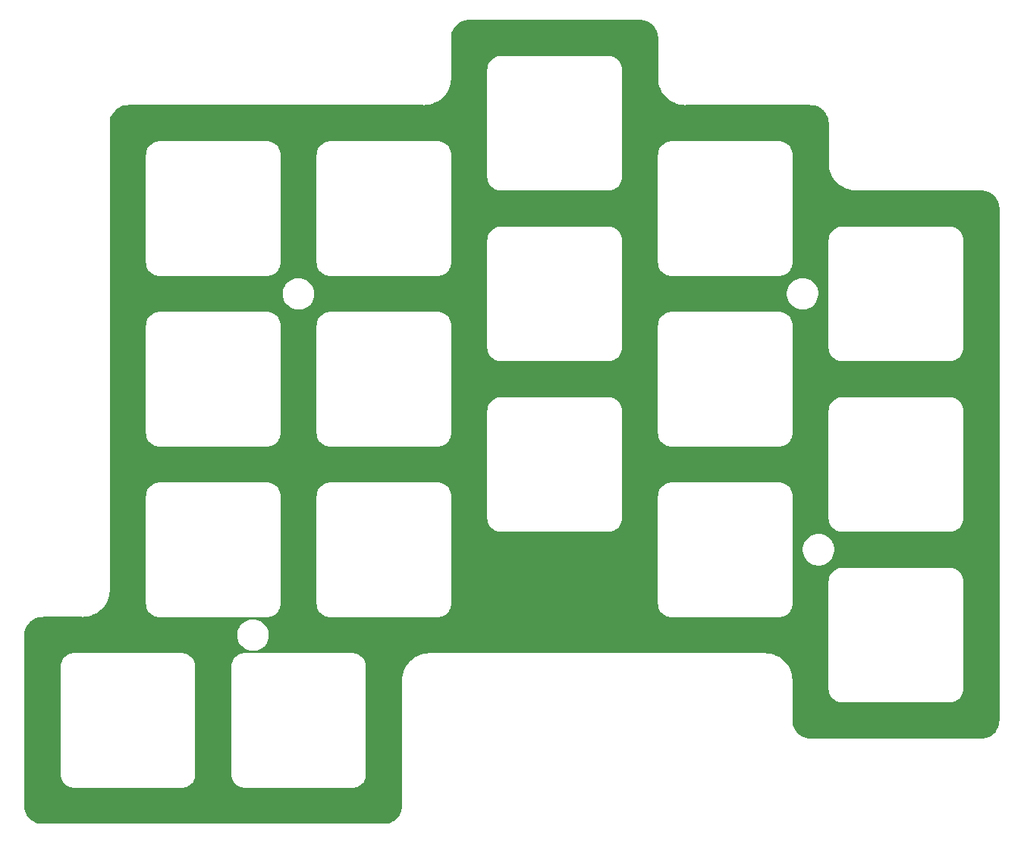
<source format=gtl>
%TF.GenerationSoftware,KiCad,Pcbnew,(6.0.5-0)*%
%TF.CreationDate,2022-06-17T02:26:10+08:00*%
%TF.ProjectId,Pragmatic,50726167-6d61-4746-9963-2e6b69636164,3*%
%TF.SameCoordinates,PX49468b8PY48ab840*%
%TF.FileFunction,Copper,L1,Top*%
%TF.FilePolarity,Positive*%
%FSLAX46Y46*%
G04 Gerber Fmt 4.6, Leading zero omitted, Abs format (unit mm)*
G04 Created by KiCad (PCBNEW (6.0.5-0)) date 2022-06-17 02:26:10*
%MOMM*%
%LPD*%
G01*
G04 APERTURE LIST*
G04 APERTURE END LIST*
%TA.AperFunction,NonConductor*%
G36*
X38070018Y30605000D02*
G01*
X38084851Y30602690D01*
X38084855Y30602690D01*
X38093724Y30601309D01*
X38102626Y30602473D01*
X38102629Y30602473D01*
X38110012Y30603439D01*
X38134591Y30604233D01*
X38161442Y30602473D01*
X38356922Y30589660D01*
X38373262Y30587509D01*
X38495478Y30563199D01*
X38617696Y30538888D01*
X38633606Y30534625D01*
X38869600Y30454516D01*
X38884826Y30448209D01*
X39108342Y30337984D01*
X39122616Y30329743D01*
X39329829Y30191287D01*
X39342905Y30181254D01*
X39530278Y30016932D01*
X39541932Y30005278D01*
X39706254Y29817905D01*
X39716287Y29804829D01*
X39854743Y29597616D01*
X39862984Y29583342D01*
X39973209Y29359826D01*
X39979515Y29344602D01*
X40059625Y29108606D01*
X40063889Y29092693D01*
X40112509Y28848262D01*
X40114660Y28831922D01*
X40128763Y28616764D01*
X40127733Y28593650D01*
X40127690Y28590146D01*
X40126309Y28581276D01*
X40127473Y28572374D01*
X40127473Y28572372D01*
X40130436Y28549717D01*
X40131500Y28533379D01*
X40131500Y24179367D01*
X40130000Y24159982D01*
X40127690Y24145149D01*
X40127690Y24145145D01*
X40126309Y24136276D01*
X40127441Y24127622D01*
X40127470Y24127070D01*
X40127450Y24125434D01*
X40127697Y24122730D01*
X40128928Y24099255D01*
X40141213Y23864836D01*
X40144039Y23810908D01*
X40194024Y23495311D01*
X40276725Y23186669D01*
X40391234Y22888362D01*
X40536298Y22603658D01*
X40710327Y22335677D01*
X40712405Y22333111D01*
X40902390Y22098500D01*
X40911414Y22087356D01*
X41137356Y21861414D01*
X41385677Y21660327D01*
X41653658Y21486298D01*
X41938362Y21341234D01*
X42236669Y21226725D01*
X42545311Y21144024D01*
X42548561Y21143509D01*
X42548567Y21143508D01*
X42782334Y21106484D01*
X42860908Y21094039D01*
X42864191Y21093867D01*
X42864200Y21093866D01*
X43008753Y21086291D01*
X43146872Y21079052D01*
X43161183Y21077478D01*
X43167448Y21076424D01*
X43173724Y21076348D01*
X43175140Y21076330D01*
X43175143Y21076330D01*
X43180000Y21076271D01*
X43207624Y21080227D01*
X43225486Y21081500D01*
X57100633Y21081500D01*
X57120018Y21080000D01*
X57134851Y21077690D01*
X57134855Y21077690D01*
X57143724Y21076309D01*
X57152626Y21077473D01*
X57152629Y21077473D01*
X57160012Y21078439D01*
X57184591Y21079233D01*
X57211366Y21077478D01*
X57406922Y21064660D01*
X57423262Y21062509D01*
X57545477Y21038199D01*
X57667696Y21013888D01*
X57683606Y21009625D01*
X57919600Y20929516D01*
X57934826Y20923209D01*
X58158342Y20812984D01*
X58172616Y20804743D01*
X58379829Y20666287D01*
X58392905Y20656254D01*
X58580278Y20491932D01*
X58591932Y20480278D01*
X58756254Y20292905D01*
X58766287Y20279829D01*
X58904743Y20072616D01*
X58912984Y20058342D01*
X59023209Y19834826D01*
X59029515Y19819602D01*
X59109625Y19583606D01*
X59113889Y19567693D01*
X59162509Y19323262D01*
X59164660Y19306922D01*
X59178763Y19091764D01*
X59177733Y19068650D01*
X59177690Y19065146D01*
X59176309Y19056276D01*
X59177473Y19047374D01*
X59177473Y19047372D01*
X59180436Y19024717D01*
X59181500Y19008379D01*
X59181500Y14654367D01*
X59180000Y14634982D01*
X59177690Y14620149D01*
X59177690Y14620145D01*
X59176309Y14611276D01*
X59177441Y14602622D01*
X59177470Y14602070D01*
X59177450Y14600434D01*
X59177698Y14597723D01*
X59191213Y14339836D01*
X59194039Y14285908D01*
X59244024Y13970311D01*
X59326725Y13661669D01*
X59441234Y13363362D01*
X59586298Y13078658D01*
X59760327Y12810677D01*
X59762405Y12808111D01*
X59954558Y12570823D01*
X59961414Y12562356D01*
X60187356Y12336414D01*
X60189914Y12334342D01*
X60189918Y12334339D01*
X60381637Y12179088D01*
X60435677Y12135327D01*
X60703658Y11961298D01*
X60988362Y11816234D01*
X61286669Y11701725D01*
X61595311Y11619024D01*
X61598561Y11618509D01*
X61598567Y11618508D01*
X61728362Y11597951D01*
X61910908Y11569039D01*
X61914191Y11568867D01*
X61914200Y11568866D01*
X62058753Y11561291D01*
X62196872Y11554052D01*
X62211183Y11552478D01*
X62217448Y11551424D01*
X62223724Y11551347D01*
X62225140Y11551330D01*
X62225143Y11551330D01*
X62230000Y11551271D01*
X62257624Y11555227D01*
X62275486Y11556500D01*
X76150633Y11556500D01*
X76170018Y11555000D01*
X76184851Y11552690D01*
X76184855Y11552690D01*
X76193724Y11551309D01*
X76202626Y11552473D01*
X76202629Y11552473D01*
X76210012Y11553439D01*
X76234591Y11554233D01*
X76261366Y11552478D01*
X76456922Y11539660D01*
X76473262Y11537509D01*
X76595477Y11513199D01*
X76717696Y11488888D01*
X76733606Y11484625D01*
X76969600Y11404516D01*
X76984826Y11398209D01*
X77208342Y11287984D01*
X77222616Y11279743D01*
X77429829Y11141287D01*
X77442905Y11131254D01*
X77630278Y10966932D01*
X77641932Y10955278D01*
X77806254Y10767905D01*
X77816287Y10754829D01*
X77954743Y10547616D01*
X77962984Y10533342D01*
X78073209Y10309826D01*
X78079515Y10294602D01*
X78159625Y10058606D01*
X78163889Y10042693D01*
X78212509Y9798262D01*
X78214660Y9781922D01*
X78228763Y9566764D01*
X78227733Y9543650D01*
X78227690Y9540146D01*
X78226309Y9531276D01*
X78227473Y9522374D01*
X78227473Y9522372D01*
X78230436Y9499717D01*
X78231500Y9483379D01*
X78231500Y-47575633D01*
X78230000Y-47595018D01*
X78227690Y-47609851D01*
X78227690Y-47609855D01*
X78226309Y-47618724D01*
X78227473Y-47627626D01*
X78227473Y-47627629D01*
X78228439Y-47635012D01*
X78229233Y-47659591D01*
X78214660Y-47881922D01*
X78212509Y-47898262D01*
X78163889Y-48142693D01*
X78159625Y-48158606D01*
X78125312Y-48259689D01*
X78079516Y-48394600D01*
X78073209Y-48409826D01*
X77962984Y-48633342D01*
X77954743Y-48647616D01*
X77816287Y-48854829D01*
X77806254Y-48867905D01*
X77641932Y-49055278D01*
X77630278Y-49066932D01*
X77442905Y-49231254D01*
X77429829Y-49241287D01*
X77222616Y-49379743D01*
X77208342Y-49387984D01*
X76984826Y-49498209D01*
X76969602Y-49504515D01*
X76733606Y-49584625D01*
X76717696Y-49588888D01*
X76595478Y-49613199D01*
X76473262Y-49637509D01*
X76456922Y-49639660D01*
X76308134Y-49649413D01*
X76241763Y-49653763D01*
X76218650Y-49652733D01*
X76215146Y-49652690D01*
X76206276Y-49651309D01*
X76197374Y-49652473D01*
X76197372Y-49652473D01*
X76183915Y-49654233D01*
X76174714Y-49655436D01*
X76158379Y-49656500D01*
X57199367Y-49656500D01*
X57179982Y-49655000D01*
X57165149Y-49652690D01*
X57165145Y-49652690D01*
X57156276Y-49651309D01*
X57147374Y-49652473D01*
X57147371Y-49652473D01*
X57139988Y-49653439D01*
X57115409Y-49654233D01*
X57070799Y-49651309D01*
X56893078Y-49639660D01*
X56876738Y-49637509D01*
X56754522Y-49613199D01*
X56632304Y-49588888D01*
X56616394Y-49584625D01*
X56380398Y-49504515D01*
X56365174Y-49498209D01*
X56141658Y-49387984D01*
X56127384Y-49379743D01*
X55920171Y-49241287D01*
X55907095Y-49231254D01*
X55719722Y-49066932D01*
X55708068Y-49055278D01*
X55543746Y-48867905D01*
X55533713Y-48854829D01*
X55395257Y-48647616D01*
X55387016Y-48633342D01*
X55276791Y-48409826D01*
X55270484Y-48394600D01*
X55224688Y-48259689D01*
X55190375Y-48158606D01*
X55186111Y-48142693D01*
X55137491Y-47898262D01*
X55135340Y-47881922D01*
X55121476Y-47670407D01*
X55122650Y-47647232D01*
X55122334Y-47647204D01*
X55122770Y-47642344D01*
X55123576Y-47637552D01*
X55123729Y-47625000D01*
X55119773Y-47597376D01*
X55118500Y-47579514D01*
X55118500Y-44093724D01*
X59161309Y-44093724D01*
X59162792Y-44105062D01*
X59163535Y-44112406D01*
X59178041Y-44315230D01*
X59223908Y-44526079D01*
X59225480Y-44530294D01*
X59225481Y-44530297D01*
X59247343Y-44588910D01*
X59299315Y-44728254D01*
X59402728Y-44917640D01*
X59532040Y-45090381D01*
X59684619Y-45242960D01*
X59857360Y-45372272D01*
X60046746Y-45475685D01*
X60147833Y-45513388D01*
X60244703Y-45549519D01*
X60244706Y-45549520D01*
X60248921Y-45551092D01*
X60253311Y-45552047D01*
X60253318Y-45552049D01*
X60408229Y-45585747D01*
X60459770Y-45596959D01*
X60634535Y-45609459D01*
X60646446Y-45610884D01*
X60657648Y-45612769D01*
X60657655Y-45612770D01*
X60662448Y-45613576D01*
X60668724Y-45613653D01*
X60670140Y-45613670D01*
X60670143Y-45613670D01*
X60675000Y-45613729D01*
X60702624Y-45609773D01*
X60720486Y-45608500D01*
X72621750Y-45608500D01*
X72642655Y-45610246D01*
X72657656Y-45612770D01*
X72657659Y-45612770D01*
X72662448Y-45613576D01*
X72668687Y-45613652D01*
X72670140Y-45613670D01*
X72670143Y-45613670D01*
X72675000Y-45613729D01*
X72689790Y-45611611D01*
X72698643Y-45610662D01*
X72885742Y-45597280D01*
X72890230Y-45596959D01*
X72941771Y-45585747D01*
X73096682Y-45552049D01*
X73096689Y-45552047D01*
X73101079Y-45551092D01*
X73105294Y-45549520D01*
X73105297Y-45549519D01*
X73202167Y-45513388D01*
X73303254Y-45475685D01*
X73492640Y-45372272D01*
X73665381Y-45242960D01*
X73817960Y-45090381D01*
X73947272Y-44917640D01*
X74050685Y-44728254D01*
X74102657Y-44588910D01*
X74124519Y-44530297D01*
X74124520Y-44530294D01*
X74126092Y-44526079D01*
X74171959Y-44315230D01*
X74184459Y-44140465D01*
X74185884Y-44128554D01*
X74187769Y-44117352D01*
X74187770Y-44117345D01*
X74188576Y-44112552D01*
X74188653Y-44106276D01*
X74188670Y-44104860D01*
X74188670Y-44104857D01*
X74188729Y-44100000D01*
X74184773Y-44072376D01*
X74183500Y-44054514D01*
X74183500Y-32153250D01*
X74185246Y-32132345D01*
X74187770Y-32117344D01*
X74187770Y-32117341D01*
X74188576Y-32112552D01*
X74188729Y-32100000D01*
X74186611Y-32085210D01*
X74185662Y-32076357D01*
X74172280Y-31889258D01*
X74171959Y-31884770D01*
X74126092Y-31673921D01*
X74103628Y-31613691D01*
X74052258Y-31475964D01*
X74050685Y-31471746D01*
X73947272Y-31282360D01*
X73817960Y-31109619D01*
X73665381Y-30957040D01*
X73492640Y-30827728D01*
X73303254Y-30724315D01*
X73202166Y-30686611D01*
X73105297Y-30650481D01*
X73105294Y-30650480D01*
X73101079Y-30648908D01*
X73096689Y-30647953D01*
X73096682Y-30647951D01*
X72941771Y-30614253D01*
X72890230Y-30603041D01*
X72715465Y-30590541D01*
X72703554Y-30589116D01*
X72692352Y-30587231D01*
X72692345Y-30587230D01*
X72687552Y-30586424D01*
X72681276Y-30586348D01*
X72679860Y-30586330D01*
X72679857Y-30586330D01*
X72675000Y-30586271D01*
X72655134Y-30589116D01*
X72647376Y-30590227D01*
X72629514Y-30591500D01*
X60728250Y-30591500D01*
X60707345Y-30589754D01*
X60692344Y-30587230D01*
X60692341Y-30587230D01*
X60687552Y-30586424D01*
X60681313Y-30586348D01*
X60679860Y-30586330D01*
X60679857Y-30586330D01*
X60675000Y-30586271D01*
X60660210Y-30588389D01*
X60651357Y-30589338D01*
X60464258Y-30602720D01*
X60459770Y-30603041D01*
X60408229Y-30614253D01*
X60253318Y-30647951D01*
X60253311Y-30647953D01*
X60248921Y-30648908D01*
X60244706Y-30650480D01*
X60244703Y-30650481D01*
X60147834Y-30686611D01*
X60046746Y-30724315D01*
X59857360Y-30827728D01*
X59684619Y-30957040D01*
X59532040Y-31109619D01*
X59402728Y-31282360D01*
X59299315Y-31471746D01*
X59297742Y-31475964D01*
X59246373Y-31613691D01*
X59223908Y-31673921D01*
X59178041Y-31884770D01*
X59170470Y-31990631D01*
X59164988Y-32067275D01*
X59163808Y-32077675D01*
X59162690Y-32084851D01*
X59162690Y-32084855D01*
X59161309Y-32093724D01*
X59162473Y-32102626D01*
X59162473Y-32102628D01*
X59165436Y-32125283D01*
X59166500Y-32141621D01*
X59166500Y-44050633D01*
X59165000Y-44070018D01*
X59162690Y-44084851D01*
X59162690Y-44084855D01*
X59161309Y-44093724D01*
X55118500Y-44093724D01*
X55118500Y-43233250D01*
X55120246Y-43212345D01*
X55122770Y-43197344D01*
X55122770Y-43197341D01*
X55123576Y-43192552D01*
X55123729Y-43180000D01*
X55123040Y-43175185D01*
X55123039Y-43175177D01*
X55122884Y-43174096D01*
X55121784Y-43162827D01*
X55121678Y-43160792D01*
X55117502Y-43081127D01*
X55106134Y-42864201D01*
X55106133Y-42864193D01*
X55105961Y-42860908D01*
X55055976Y-42545311D01*
X54973275Y-42236669D01*
X54858766Y-41938362D01*
X54713702Y-41653658D01*
X54539673Y-41385677D01*
X54374879Y-41182174D01*
X54340661Y-41139918D01*
X54340658Y-41139914D01*
X54338586Y-41137356D01*
X54112644Y-40911414D01*
X53984149Y-40807360D01*
X53866889Y-40712405D01*
X53864323Y-40710327D01*
X53596342Y-40536298D01*
X53311638Y-40391234D01*
X53013331Y-40276725D01*
X52704689Y-40194024D01*
X52701439Y-40193509D01*
X52701433Y-40193508D01*
X52467666Y-40156484D01*
X52389092Y-40144039D01*
X52385809Y-40143867D01*
X52385800Y-40143866D01*
X52241247Y-40136291D01*
X52103128Y-40129052D01*
X52088817Y-40127478D01*
X52082552Y-40126424D01*
X52076276Y-40126348D01*
X52074860Y-40126330D01*
X52074857Y-40126330D01*
X52070000Y-40126271D01*
X52050965Y-40128997D01*
X52042376Y-40130227D01*
X52024514Y-40131500D01*
X14658250Y-40131500D01*
X14637345Y-40129754D01*
X14622344Y-40127230D01*
X14622341Y-40127230D01*
X14617552Y-40126424D01*
X14611475Y-40126350D01*
X14609865Y-40126330D01*
X14609861Y-40126330D01*
X14605000Y-40126271D01*
X14600185Y-40126960D01*
X14600177Y-40126961D01*
X14599096Y-40127116D01*
X14587830Y-40128216D01*
X14525163Y-40131500D01*
X14289201Y-40143866D01*
X14289193Y-40143867D01*
X14285908Y-40144039D01*
X14207334Y-40156484D01*
X13973567Y-40193508D01*
X13973561Y-40193509D01*
X13970311Y-40194024D01*
X13661669Y-40276725D01*
X13363362Y-40391234D01*
X13078658Y-40536298D01*
X12810677Y-40710327D01*
X12808111Y-40712405D01*
X12690852Y-40807360D01*
X12562356Y-40911414D01*
X12336414Y-41137356D01*
X12334342Y-41139914D01*
X12334339Y-41139918D01*
X12300121Y-41182174D01*
X12135327Y-41385677D01*
X11961298Y-41653658D01*
X11816234Y-41938362D01*
X11701725Y-42236669D01*
X11619024Y-42545311D01*
X11569039Y-42860908D01*
X11568867Y-42864191D01*
X11568866Y-42864200D01*
X11553660Y-43154360D01*
X11552707Y-43163539D01*
X11552691Y-43164850D01*
X11551309Y-43173724D01*
X11552474Y-43182630D01*
X11555436Y-43205283D01*
X11556500Y-43221621D01*
X11556500Y-57100633D01*
X11555000Y-57120018D01*
X11552690Y-57134851D01*
X11552690Y-57134855D01*
X11551309Y-57143724D01*
X11552473Y-57152626D01*
X11552473Y-57152629D01*
X11553439Y-57160012D01*
X11554233Y-57184591D01*
X11539660Y-57406922D01*
X11537509Y-57423262D01*
X11488889Y-57667693D01*
X11484625Y-57683606D01*
X11450312Y-57784689D01*
X11404516Y-57919600D01*
X11398209Y-57934826D01*
X11287984Y-58158342D01*
X11279743Y-58172616D01*
X11141287Y-58379829D01*
X11131254Y-58392905D01*
X10966932Y-58580278D01*
X10955278Y-58591932D01*
X10767905Y-58756254D01*
X10754829Y-58766287D01*
X10547616Y-58904743D01*
X10533342Y-58912984D01*
X10309826Y-59023209D01*
X10294602Y-59029515D01*
X10058606Y-59109625D01*
X10042696Y-59113888D01*
X9920477Y-59138199D01*
X9798262Y-59162509D01*
X9781922Y-59164660D01*
X9633134Y-59174413D01*
X9566763Y-59178763D01*
X9543650Y-59177733D01*
X9540146Y-59177690D01*
X9531276Y-59176309D01*
X9522374Y-59177473D01*
X9522372Y-59177473D01*
X9508915Y-59179233D01*
X9499714Y-59180436D01*
X9483379Y-59181500D01*
X-28525633Y-59181500D01*
X-28545018Y-59180000D01*
X-28559851Y-59177690D01*
X-28559855Y-59177690D01*
X-28568724Y-59176309D01*
X-28577626Y-59177473D01*
X-28577629Y-59177473D01*
X-28585012Y-59178439D01*
X-28609591Y-59179233D01*
X-28654201Y-59176309D01*
X-28831922Y-59164660D01*
X-28848262Y-59162509D01*
X-28970477Y-59138199D01*
X-29092696Y-59113888D01*
X-29108606Y-59109625D01*
X-29344602Y-59029515D01*
X-29359826Y-59023209D01*
X-29583342Y-58912984D01*
X-29597616Y-58904743D01*
X-29804829Y-58766287D01*
X-29817905Y-58756254D01*
X-30005278Y-58591932D01*
X-30016932Y-58580278D01*
X-30181254Y-58392905D01*
X-30191287Y-58379829D01*
X-30329743Y-58172616D01*
X-30337984Y-58158342D01*
X-30448209Y-57934826D01*
X-30454516Y-57919600D01*
X-30500312Y-57784689D01*
X-30534625Y-57683606D01*
X-30538889Y-57667693D01*
X-30587509Y-57423262D01*
X-30589660Y-57406922D01*
X-30603524Y-57195407D01*
X-30602350Y-57172232D01*
X-30602666Y-57172204D01*
X-30602230Y-57167344D01*
X-30601424Y-57162552D01*
X-30601271Y-57150000D01*
X-30605227Y-57122376D01*
X-30606500Y-57104514D01*
X-30606500Y-53618724D01*
X-26563691Y-53618724D01*
X-26562208Y-53630062D01*
X-26561465Y-53637406D01*
X-26546959Y-53840230D01*
X-26501092Y-54051079D01*
X-26499520Y-54055294D01*
X-26499519Y-54055297D01*
X-26477657Y-54113910D01*
X-26425685Y-54253254D01*
X-26322272Y-54442640D01*
X-26192960Y-54615381D01*
X-26040381Y-54767960D01*
X-25867640Y-54897272D01*
X-25678254Y-55000685D01*
X-25577167Y-55038388D01*
X-25480297Y-55074519D01*
X-25480294Y-55074520D01*
X-25476079Y-55076092D01*
X-25471689Y-55077047D01*
X-25471682Y-55077049D01*
X-25316771Y-55110747D01*
X-25265230Y-55121959D01*
X-25090465Y-55134459D01*
X-25078554Y-55135884D01*
X-25067352Y-55137769D01*
X-25067345Y-55137770D01*
X-25062552Y-55138576D01*
X-25056276Y-55138653D01*
X-25054860Y-55138670D01*
X-25054857Y-55138670D01*
X-25050000Y-55138729D01*
X-25022376Y-55134773D01*
X-25004514Y-55133500D01*
X-13103250Y-55133500D01*
X-13082345Y-55135246D01*
X-13067344Y-55137770D01*
X-13067341Y-55137770D01*
X-13062552Y-55138576D01*
X-13056313Y-55138652D01*
X-13054860Y-55138670D01*
X-13054857Y-55138670D01*
X-13050000Y-55138729D01*
X-13035210Y-55136611D01*
X-13026357Y-55135662D01*
X-12839258Y-55122280D01*
X-12834770Y-55121959D01*
X-12783229Y-55110747D01*
X-12628318Y-55077049D01*
X-12628311Y-55077047D01*
X-12623921Y-55076092D01*
X-12619706Y-55074520D01*
X-12619703Y-55074519D01*
X-12522833Y-55038388D01*
X-12421746Y-55000685D01*
X-12232360Y-54897272D01*
X-12059619Y-54767960D01*
X-11907040Y-54615381D01*
X-11777728Y-54442640D01*
X-11674315Y-54253254D01*
X-11622343Y-54113910D01*
X-11600481Y-54055297D01*
X-11600480Y-54055294D01*
X-11598908Y-54051079D01*
X-11553041Y-53840230D01*
X-11540541Y-53665465D01*
X-11539116Y-53653554D01*
X-11537231Y-53642352D01*
X-11537230Y-53642345D01*
X-11536424Y-53637552D01*
X-11536348Y-53631276D01*
X-11536330Y-53629860D01*
X-11536330Y-53629857D01*
X-11536271Y-53625000D01*
X-11537170Y-53618724D01*
X-7513691Y-53618724D01*
X-7512208Y-53630062D01*
X-7511465Y-53637406D01*
X-7496959Y-53840230D01*
X-7451092Y-54051079D01*
X-7449520Y-54055294D01*
X-7449519Y-54055297D01*
X-7427657Y-54113910D01*
X-7375685Y-54253254D01*
X-7272272Y-54442640D01*
X-7142960Y-54615381D01*
X-6990381Y-54767960D01*
X-6817640Y-54897272D01*
X-6628254Y-55000685D01*
X-6527167Y-55038388D01*
X-6430297Y-55074519D01*
X-6430294Y-55074520D01*
X-6426079Y-55076092D01*
X-6421689Y-55077047D01*
X-6421682Y-55077049D01*
X-6266771Y-55110747D01*
X-6215230Y-55121959D01*
X-6040465Y-55134459D01*
X-6028554Y-55135884D01*
X-6017352Y-55137769D01*
X-6017345Y-55137770D01*
X-6012552Y-55138576D01*
X-6006276Y-55138653D01*
X-6004860Y-55138670D01*
X-6004857Y-55138670D01*
X-6000000Y-55138729D01*
X-5972376Y-55134773D01*
X-5954514Y-55133500D01*
X5946750Y-55133500D01*
X5967655Y-55135246D01*
X5982656Y-55137770D01*
X5982659Y-55137770D01*
X5987448Y-55138576D01*
X5993687Y-55138652D01*
X5995140Y-55138670D01*
X5995143Y-55138670D01*
X6000000Y-55138729D01*
X6014790Y-55136611D01*
X6023643Y-55135662D01*
X6210742Y-55122280D01*
X6215230Y-55121959D01*
X6266771Y-55110747D01*
X6421682Y-55077049D01*
X6421689Y-55077047D01*
X6426079Y-55076092D01*
X6430294Y-55074520D01*
X6430297Y-55074519D01*
X6527167Y-55038388D01*
X6628254Y-55000685D01*
X6817640Y-54897272D01*
X6990381Y-54767960D01*
X7142960Y-54615381D01*
X7272272Y-54442640D01*
X7375685Y-54253254D01*
X7427657Y-54113910D01*
X7449519Y-54055297D01*
X7449520Y-54055294D01*
X7451092Y-54051079D01*
X7496959Y-53840230D01*
X7509459Y-53665465D01*
X7510884Y-53653554D01*
X7512769Y-53642352D01*
X7512770Y-53642345D01*
X7513576Y-53637552D01*
X7513653Y-53631276D01*
X7513670Y-53629860D01*
X7513670Y-53629857D01*
X7513729Y-53625000D01*
X7509773Y-53597376D01*
X7508500Y-53579514D01*
X7508500Y-41678250D01*
X7510246Y-41657345D01*
X7512770Y-41642344D01*
X7512770Y-41642341D01*
X7513576Y-41637552D01*
X7513729Y-41625000D01*
X7511611Y-41610210D01*
X7510662Y-41601357D01*
X7497280Y-41414258D01*
X7496959Y-41409770D01*
X7451092Y-41198921D01*
X7438769Y-41165880D01*
X7377258Y-41000964D01*
X7375685Y-40996746D01*
X7272272Y-40807360D01*
X7142960Y-40634619D01*
X6990381Y-40482040D01*
X6817640Y-40352728D01*
X6628254Y-40249315D01*
X6527167Y-40211612D01*
X6430297Y-40175481D01*
X6430294Y-40175480D01*
X6426079Y-40173908D01*
X6421689Y-40172953D01*
X6421682Y-40172951D01*
X6266771Y-40139253D01*
X6215230Y-40128041D01*
X6040465Y-40115541D01*
X6028554Y-40114116D01*
X6017352Y-40112231D01*
X6017345Y-40112230D01*
X6012552Y-40111424D01*
X6006276Y-40111347D01*
X6004860Y-40111330D01*
X6004857Y-40111330D01*
X6000000Y-40111271D01*
X5980134Y-40114116D01*
X5972376Y-40115227D01*
X5954514Y-40116500D01*
X-5946750Y-40116500D01*
X-5967655Y-40114754D01*
X-5982656Y-40112230D01*
X-5982659Y-40112230D01*
X-5987448Y-40111424D01*
X-5993687Y-40111348D01*
X-5995140Y-40111330D01*
X-5995143Y-40111330D01*
X-6000000Y-40111271D01*
X-6014790Y-40113389D01*
X-6023643Y-40114338D01*
X-6210742Y-40127720D01*
X-6215230Y-40128041D01*
X-6266771Y-40139253D01*
X-6421682Y-40172951D01*
X-6421689Y-40172953D01*
X-6426079Y-40173908D01*
X-6430294Y-40175480D01*
X-6430297Y-40175481D01*
X-6527167Y-40211612D01*
X-6628254Y-40249315D01*
X-6817640Y-40352728D01*
X-6990381Y-40482040D01*
X-7142960Y-40634619D01*
X-7272272Y-40807360D01*
X-7375685Y-40996746D01*
X-7377258Y-41000964D01*
X-7438768Y-41165880D01*
X-7451092Y-41198921D01*
X-7496959Y-41409770D01*
X-7508297Y-41568303D01*
X-7510012Y-41592275D01*
X-7511192Y-41602675D01*
X-7512310Y-41609851D01*
X-7512310Y-41609855D01*
X-7513691Y-41618724D01*
X-7512527Y-41627626D01*
X-7512527Y-41627628D01*
X-7509564Y-41650283D01*
X-7508500Y-41666621D01*
X-7508500Y-53575633D01*
X-7510000Y-53595018D01*
X-7512310Y-53609851D01*
X-7512310Y-53609855D01*
X-7513691Y-53618724D01*
X-11537170Y-53618724D01*
X-11540227Y-53597376D01*
X-11541500Y-53579514D01*
X-11541500Y-41678250D01*
X-11539754Y-41657345D01*
X-11537230Y-41642344D01*
X-11537230Y-41642341D01*
X-11536424Y-41637552D01*
X-11536271Y-41625000D01*
X-11538389Y-41610210D01*
X-11539338Y-41601357D01*
X-11552720Y-41414258D01*
X-11553041Y-41409770D01*
X-11598908Y-41198921D01*
X-11611231Y-41165880D01*
X-11672742Y-41000964D01*
X-11674315Y-40996746D01*
X-11777728Y-40807360D01*
X-11907040Y-40634619D01*
X-12059619Y-40482040D01*
X-12232360Y-40352728D01*
X-12421746Y-40249315D01*
X-12522833Y-40211612D01*
X-12619703Y-40175481D01*
X-12619706Y-40175480D01*
X-12623921Y-40173908D01*
X-12628311Y-40172953D01*
X-12628318Y-40172951D01*
X-12783229Y-40139253D01*
X-12834770Y-40128041D01*
X-13009535Y-40115541D01*
X-13021446Y-40114116D01*
X-13032648Y-40112231D01*
X-13032655Y-40112230D01*
X-13037448Y-40111424D01*
X-13043724Y-40111347D01*
X-13045140Y-40111330D01*
X-13045143Y-40111330D01*
X-13050000Y-40111271D01*
X-13069866Y-40114116D01*
X-13077624Y-40115227D01*
X-13095486Y-40116500D01*
X-24996750Y-40116500D01*
X-25017655Y-40114754D01*
X-25032656Y-40112230D01*
X-25032659Y-40112230D01*
X-25037448Y-40111424D01*
X-25043687Y-40111348D01*
X-25045140Y-40111330D01*
X-25045143Y-40111330D01*
X-25050000Y-40111271D01*
X-25064790Y-40113389D01*
X-25073643Y-40114338D01*
X-25260742Y-40127720D01*
X-25265230Y-40128041D01*
X-25316771Y-40139253D01*
X-25471682Y-40172951D01*
X-25471689Y-40172953D01*
X-25476079Y-40173908D01*
X-25480294Y-40175480D01*
X-25480297Y-40175481D01*
X-25577167Y-40211612D01*
X-25678254Y-40249315D01*
X-25867640Y-40352728D01*
X-26040381Y-40482040D01*
X-26192960Y-40634619D01*
X-26322272Y-40807360D01*
X-26425685Y-40996746D01*
X-26427258Y-41000964D01*
X-26488768Y-41165880D01*
X-26501092Y-41198921D01*
X-26546959Y-41409770D01*
X-26558297Y-41568303D01*
X-26560012Y-41592275D01*
X-26561192Y-41602675D01*
X-26562310Y-41609851D01*
X-26562310Y-41609855D01*
X-26563691Y-41618724D01*
X-26562527Y-41627626D01*
X-26562527Y-41627628D01*
X-26559564Y-41650283D01*
X-26558500Y-41666621D01*
X-26558500Y-53575633D01*
X-26560000Y-53595018D01*
X-26562310Y-53609851D01*
X-26562310Y-53609855D01*
X-26563691Y-53618724D01*
X-30606500Y-53618724D01*
X-30606500Y-38207655D01*
X-6840142Y-38207655D01*
X-6804896Y-38466638D01*
X-6803588Y-38471124D01*
X-6803588Y-38471126D01*
X-6783902Y-38538664D01*
X-6731757Y-38717567D01*
X-6622332Y-38954928D01*
X-6619769Y-38958837D01*
X-6481590Y-39169596D01*
X-6481586Y-39169601D01*
X-6479024Y-39173509D01*
X-6304982Y-39368506D01*
X-6104030Y-39535637D01*
X-6100027Y-39538066D01*
X-5884578Y-39668804D01*
X-5884574Y-39668806D01*
X-5880581Y-39671229D01*
X-5639545Y-39772303D01*
X-5386217Y-39836641D01*
X-5381566Y-39837109D01*
X-5381562Y-39837110D01*
X-5188692Y-39856531D01*
X-5169133Y-39858500D01*
X-5013646Y-39858500D01*
X-5011321Y-39858327D01*
X-5011315Y-39858327D01*
X-4824000Y-39844407D01*
X-4823996Y-39844406D01*
X-4819348Y-39844061D01*
X-4814800Y-39843032D01*
X-4814794Y-39843031D01*
X-4628399Y-39800853D01*
X-4564423Y-39786377D01*
X-4528231Y-39772303D01*
X-4325176Y-39693340D01*
X-4325173Y-39693339D01*
X-4320823Y-39691647D01*
X-4093902Y-39561951D01*
X-3888643Y-39400138D01*
X-3709557Y-39209763D01*
X-3560576Y-38995009D01*
X-3444975Y-38760593D01*
X-3365293Y-38511665D01*
X-3323279Y-38253693D01*
X-3319858Y-37992345D01*
X-3355104Y-37733362D01*
X-3369527Y-37683877D01*
X-3376098Y-37661336D01*
X-3428243Y-37482433D01*
X-3537668Y-37245072D01*
X-3570481Y-37195024D01*
X-3678410Y-37030404D01*
X-3678414Y-37030399D01*
X-3680976Y-37026491D01*
X-3855018Y-36831494D01*
X-4055970Y-36664363D01*
X-4205447Y-36573658D01*
X-4275422Y-36531196D01*
X-4275426Y-36531194D01*
X-4279419Y-36528771D01*
X-4520455Y-36427697D01*
X-4773783Y-36363359D01*
X-4778434Y-36362891D01*
X-4778438Y-36362890D01*
X-4987729Y-36341816D01*
X-4990867Y-36341500D01*
X-5146354Y-36341500D01*
X-5148679Y-36341673D01*
X-5148685Y-36341673D01*
X-5336000Y-36355593D01*
X-5336004Y-36355594D01*
X-5340652Y-36355939D01*
X-5345200Y-36356968D01*
X-5345206Y-36356969D01*
X-5531601Y-36399147D01*
X-5595577Y-36413623D01*
X-5599929Y-36415315D01*
X-5599931Y-36415316D01*
X-5834824Y-36506660D01*
X-5834827Y-36506661D01*
X-5839177Y-36508353D01*
X-6066098Y-36638049D01*
X-6271357Y-36799862D01*
X-6450443Y-36990237D01*
X-6599424Y-37204991D01*
X-6715025Y-37439407D01*
X-6794707Y-37688335D01*
X-6836721Y-37946307D01*
X-6836782Y-37950980D01*
X-6838796Y-38104865D01*
X-6840142Y-38207655D01*
X-30606500Y-38207655D01*
X-30606500Y-38153250D01*
X-30604754Y-38132345D01*
X-30602230Y-38117344D01*
X-30602230Y-38117341D01*
X-30601424Y-38112552D01*
X-30601271Y-38100000D01*
X-30602997Y-38087947D01*
X-30603999Y-38061845D01*
X-30589660Y-37843078D01*
X-30587509Y-37826738D01*
X-30538889Y-37582307D01*
X-30534625Y-37566394D01*
X-30454515Y-37330398D01*
X-30448209Y-37315174D01*
X-30337984Y-37091658D01*
X-30329743Y-37077384D01*
X-30191287Y-36870171D01*
X-30181254Y-36857095D01*
X-30016932Y-36669722D01*
X-30005278Y-36658068D01*
X-29817905Y-36493746D01*
X-29804829Y-36483713D01*
X-29597616Y-36345257D01*
X-29583342Y-36337016D01*
X-29359826Y-36226791D01*
X-29344600Y-36220484D01*
X-29108606Y-36140375D01*
X-29092696Y-36136112D01*
X-28970477Y-36111801D01*
X-28848262Y-36087491D01*
X-28831922Y-36085340D01*
X-28654782Y-36073729D01*
X-28616763Y-36071237D01*
X-28593650Y-36072267D01*
X-28590146Y-36072310D01*
X-28581276Y-36073691D01*
X-28572374Y-36072527D01*
X-28572372Y-36072527D01*
X-28555551Y-36070327D01*
X-28549714Y-36069564D01*
X-28533379Y-36068500D01*
X-24183250Y-36068500D01*
X-24162345Y-36070246D01*
X-24147344Y-36072770D01*
X-24147341Y-36072770D01*
X-24142552Y-36073576D01*
X-24136475Y-36073650D01*
X-24134865Y-36073670D01*
X-24134861Y-36073670D01*
X-24130000Y-36073729D01*
X-24125185Y-36073040D01*
X-24125177Y-36073039D01*
X-24124096Y-36072884D01*
X-24112830Y-36071784D01*
X-24031127Y-36067502D01*
X-23814201Y-36056134D01*
X-23814193Y-36056133D01*
X-23810908Y-36055961D01*
X-23628362Y-36027049D01*
X-23498567Y-36006492D01*
X-23498561Y-36006491D01*
X-23495311Y-36005976D01*
X-23186669Y-35923275D01*
X-22888362Y-35808766D01*
X-22603658Y-35663702D01*
X-22335677Y-35489673D01*
X-22281637Y-35445912D01*
X-22089918Y-35290661D01*
X-22089914Y-35290658D01*
X-22087356Y-35288586D01*
X-21861414Y-35062644D01*
X-21854557Y-35054177D01*
X-21662405Y-34816889D01*
X-21660327Y-34814323D01*
X-21500833Y-34568724D01*
X-17038691Y-34568724D01*
X-17037208Y-34580062D01*
X-17036465Y-34587406D01*
X-17021959Y-34790230D01*
X-16976092Y-35001079D01*
X-16974520Y-35005294D01*
X-16974519Y-35005297D01*
X-16953130Y-35062644D01*
X-16900685Y-35203254D01*
X-16797272Y-35392640D01*
X-16667960Y-35565381D01*
X-16515381Y-35717960D01*
X-16342640Y-35847272D01*
X-16153254Y-35950685D01*
X-16052166Y-35988389D01*
X-15955297Y-36024519D01*
X-15955294Y-36024520D01*
X-15951079Y-36026092D01*
X-15946689Y-36027047D01*
X-15946682Y-36027049D01*
X-15791771Y-36060747D01*
X-15740230Y-36071959D01*
X-15565465Y-36084459D01*
X-15553554Y-36085884D01*
X-15542352Y-36087769D01*
X-15542345Y-36087770D01*
X-15537552Y-36088576D01*
X-15531276Y-36088652D01*
X-15529860Y-36088670D01*
X-15529857Y-36088670D01*
X-15525000Y-36088729D01*
X-15497376Y-36084773D01*
X-15479514Y-36083500D01*
X-3578250Y-36083500D01*
X-3557345Y-36085246D01*
X-3542344Y-36087770D01*
X-3542341Y-36087770D01*
X-3537552Y-36088576D01*
X-3531313Y-36088652D01*
X-3529860Y-36088670D01*
X-3529857Y-36088670D01*
X-3525000Y-36088729D01*
X-3510210Y-36086611D01*
X-3501357Y-36085662D01*
X-3314258Y-36072280D01*
X-3309770Y-36071959D01*
X-3258229Y-36060747D01*
X-3103318Y-36027049D01*
X-3103311Y-36027047D01*
X-3098921Y-36026092D01*
X-3094706Y-36024520D01*
X-3094703Y-36024519D01*
X-2997834Y-35988389D01*
X-2896746Y-35950685D01*
X-2707360Y-35847272D01*
X-2534619Y-35717960D01*
X-2382040Y-35565381D01*
X-2252728Y-35392640D01*
X-2149315Y-35203254D01*
X-2096870Y-35062644D01*
X-2075481Y-35005297D01*
X-2075480Y-35005294D01*
X-2073908Y-35001079D01*
X-2028041Y-34790230D01*
X-2015541Y-34615465D01*
X-2014116Y-34603554D01*
X-2012231Y-34592352D01*
X-2012230Y-34592345D01*
X-2011424Y-34587552D01*
X-2011348Y-34581276D01*
X-2011330Y-34579860D01*
X-2011330Y-34579857D01*
X-2011271Y-34575000D01*
X-2012170Y-34568724D01*
X2011309Y-34568724D01*
X2012792Y-34580062D01*
X2013535Y-34587406D01*
X2028041Y-34790230D01*
X2073908Y-35001079D01*
X2075480Y-35005294D01*
X2075481Y-35005297D01*
X2096870Y-35062644D01*
X2149315Y-35203254D01*
X2252728Y-35392640D01*
X2382040Y-35565381D01*
X2534619Y-35717960D01*
X2707360Y-35847272D01*
X2896746Y-35950685D01*
X2997834Y-35988389D01*
X3094703Y-36024519D01*
X3094706Y-36024520D01*
X3098921Y-36026092D01*
X3103311Y-36027047D01*
X3103318Y-36027049D01*
X3258229Y-36060747D01*
X3309770Y-36071959D01*
X3484535Y-36084459D01*
X3496446Y-36085884D01*
X3507648Y-36087769D01*
X3507655Y-36087770D01*
X3512448Y-36088576D01*
X3518724Y-36088652D01*
X3520140Y-36088670D01*
X3520143Y-36088670D01*
X3525000Y-36088729D01*
X3552624Y-36084773D01*
X3570486Y-36083500D01*
X15471750Y-36083500D01*
X15492655Y-36085246D01*
X15507656Y-36087770D01*
X15507659Y-36087770D01*
X15512448Y-36088576D01*
X15518687Y-36088652D01*
X15520140Y-36088670D01*
X15520143Y-36088670D01*
X15525000Y-36088729D01*
X15539790Y-36086611D01*
X15548643Y-36085662D01*
X15735742Y-36072280D01*
X15740230Y-36071959D01*
X15791771Y-36060747D01*
X15946682Y-36027049D01*
X15946689Y-36027047D01*
X15951079Y-36026092D01*
X15955294Y-36024520D01*
X15955297Y-36024519D01*
X16052166Y-35988389D01*
X16153254Y-35950685D01*
X16342640Y-35847272D01*
X16515381Y-35717960D01*
X16667960Y-35565381D01*
X16797272Y-35392640D01*
X16900685Y-35203254D01*
X16953130Y-35062644D01*
X16974519Y-35005297D01*
X16974520Y-35005294D01*
X16976092Y-35001079D01*
X17021959Y-34790230D01*
X17034459Y-34615465D01*
X17035884Y-34603554D01*
X17037769Y-34592352D01*
X17037770Y-34592345D01*
X17038576Y-34587552D01*
X17038652Y-34581276D01*
X17038670Y-34579860D01*
X17038670Y-34579857D01*
X17038729Y-34575000D01*
X17037830Y-34568724D01*
X40111309Y-34568724D01*
X40112792Y-34580062D01*
X40113535Y-34587406D01*
X40128041Y-34790230D01*
X40173908Y-35001079D01*
X40175480Y-35005294D01*
X40175481Y-35005297D01*
X40196870Y-35062644D01*
X40249315Y-35203254D01*
X40352728Y-35392640D01*
X40482040Y-35565381D01*
X40634619Y-35717960D01*
X40807360Y-35847272D01*
X40996746Y-35950685D01*
X41097834Y-35988389D01*
X41194703Y-36024519D01*
X41194706Y-36024520D01*
X41198921Y-36026092D01*
X41203311Y-36027047D01*
X41203318Y-36027049D01*
X41358229Y-36060747D01*
X41409770Y-36071959D01*
X41584535Y-36084459D01*
X41596446Y-36085884D01*
X41607648Y-36087769D01*
X41607655Y-36087770D01*
X41612448Y-36088576D01*
X41618724Y-36088652D01*
X41620140Y-36088670D01*
X41620143Y-36088670D01*
X41625000Y-36088729D01*
X41652624Y-36084773D01*
X41670486Y-36083500D01*
X53571750Y-36083500D01*
X53592655Y-36085246D01*
X53607656Y-36087770D01*
X53607659Y-36087770D01*
X53612448Y-36088576D01*
X53618687Y-36088652D01*
X53620140Y-36088670D01*
X53620143Y-36088670D01*
X53625000Y-36088729D01*
X53639790Y-36086611D01*
X53648643Y-36085662D01*
X53835742Y-36072280D01*
X53840230Y-36071959D01*
X53891771Y-36060747D01*
X54046682Y-36027049D01*
X54046689Y-36027047D01*
X54051079Y-36026092D01*
X54055294Y-36024520D01*
X54055297Y-36024519D01*
X54152166Y-35988389D01*
X54253254Y-35950685D01*
X54442640Y-35847272D01*
X54615381Y-35717960D01*
X54767960Y-35565381D01*
X54897272Y-35392640D01*
X55000685Y-35203254D01*
X55053130Y-35062644D01*
X55074519Y-35005297D01*
X55074520Y-35005294D01*
X55076092Y-35001079D01*
X55121959Y-34790230D01*
X55134459Y-34615465D01*
X55135884Y-34603554D01*
X55137769Y-34592352D01*
X55137770Y-34592345D01*
X55138576Y-34587552D01*
X55138652Y-34581276D01*
X55138670Y-34579860D01*
X55138670Y-34579857D01*
X55138729Y-34575000D01*
X55134773Y-34547376D01*
X55133500Y-34529514D01*
X55133500Y-28682655D01*
X56278858Y-28682655D01*
X56314104Y-28941638D01*
X56315412Y-28946124D01*
X56315412Y-28946126D01*
X56335098Y-29013664D01*
X56387243Y-29192567D01*
X56496668Y-29429928D01*
X56499231Y-29433837D01*
X56637410Y-29644596D01*
X56637414Y-29644601D01*
X56639976Y-29648509D01*
X56814018Y-29843506D01*
X57014970Y-30010637D01*
X57018973Y-30013066D01*
X57234422Y-30143804D01*
X57234426Y-30143806D01*
X57238419Y-30146229D01*
X57479455Y-30247303D01*
X57732783Y-30311641D01*
X57737434Y-30312109D01*
X57737438Y-30312110D01*
X57930308Y-30331531D01*
X57949867Y-30333500D01*
X58105354Y-30333500D01*
X58107679Y-30333327D01*
X58107685Y-30333327D01*
X58295000Y-30319407D01*
X58295004Y-30319406D01*
X58299652Y-30319061D01*
X58304200Y-30318032D01*
X58304206Y-30318031D01*
X58490601Y-30275853D01*
X58554577Y-30261377D01*
X58590769Y-30247303D01*
X58793824Y-30168340D01*
X58793827Y-30168339D01*
X58798177Y-30166647D01*
X59025098Y-30036951D01*
X59230357Y-29875138D01*
X59409443Y-29684763D01*
X59558424Y-29470009D01*
X59674025Y-29235593D01*
X59753707Y-28986665D01*
X59795721Y-28728693D01*
X59799142Y-28467345D01*
X59763896Y-28208362D01*
X59749473Y-28158877D01*
X59692068Y-27961932D01*
X59690757Y-27957433D01*
X59581332Y-27720072D01*
X59548519Y-27670024D01*
X59440590Y-27505404D01*
X59440586Y-27505399D01*
X59438024Y-27501491D01*
X59263982Y-27306494D01*
X59063030Y-27139363D01*
X59015844Y-27110730D01*
X58843578Y-27006196D01*
X58843574Y-27006194D01*
X58839581Y-27003771D01*
X58598545Y-26902697D01*
X58345217Y-26838359D01*
X58340566Y-26837891D01*
X58340562Y-26837890D01*
X58131271Y-26816816D01*
X58128133Y-26816500D01*
X57972646Y-26816500D01*
X57970321Y-26816673D01*
X57970315Y-26816673D01*
X57783000Y-26830593D01*
X57782996Y-26830594D01*
X57778348Y-26830939D01*
X57773800Y-26831968D01*
X57773794Y-26831969D01*
X57587399Y-26874147D01*
X57523423Y-26888623D01*
X57519071Y-26890315D01*
X57519069Y-26890316D01*
X57284176Y-26981660D01*
X57284173Y-26981661D01*
X57279823Y-26983353D01*
X57052902Y-27113049D01*
X56847643Y-27274862D01*
X56668557Y-27465237D01*
X56519576Y-27679991D01*
X56403975Y-27914407D01*
X56324293Y-28163335D01*
X56282279Y-28421307D01*
X56278858Y-28682655D01*
X55133500Y-28682655D01*
X55133500Y-25043724D01*
X59161309Y-25043724D01*
X59162792Y-25055062D01*
X59163535Y-25062406D01*
X59178041Y-25265230D01*
X59223908Y-25476079D01*
X59225480Y-25480294D01*
X59225481Y-25480297D01*
X59247343Y-25538910D01*
X59299315Y-25678254D01*
X59402728Y-25867640D01*
X59532040Y-26040381D01*
X59684619Y-26192960D01*
X59857360Y-26322272D01*
X60046746Y-26425685D01*
X60147833Y-26463388D01*
X60244703Y-26499519D01*
X60244706Y-26499520D01*
X60248921Y-26501092D01*
X60253311Y-26502047D01*
X60253318Y-26502049D01*
X60408229Y-26535747D01*
X60459770Y-26546959D01*
X60634535Y-26559459D01*
X60646446Y-26560884D01*
X60657648Y-26562769D01*
X60657655Y-26562770D01*
X60662448Y-26563576D01*
X60668724Y-26563653D01*
X60670140Y-26563670D01*
X60670143Y-26563670D01*
X60675000Y-26563729D01*
X60702624Y-26559773D01*
X60720486Y-26558500D01*
X72621750Y-26558500D01*
X72642655Y-26560246D01*
X72657656Y-26562770D01*
X72657659Y-26562770D01*
X72662448Y-26563576D01*
X72668687Y-26563652D01*
X72670140Y-26563670D01*
X72670143Y-26563670D01*
X72675000Y-26563729D01*
X72689790Y-26561611D01*
X72698643Y-26560662D01*
X72885742Y-26547280D01*
X72890230Y-26546959D01*
X72941771Y-26535747D01*
X73096682Y-26502049D01*
X73096689Y-26502047D01*
X73101079Y-26501092D01*
X73105294Y-26499520D01*
X73105297Y-26499519D01*
X73202167Y-26463388D01*
X73303254Y-26425685D01*
X73492640Y-26322272D01*
X73665381Y-26192960D01*
X73817960Y-26040381D01*
X73947272Y-25867640D01*
X74050685Y-25678254D01*
X74102657Y-25538910D01*
X74124519Y-25480297D01*
X74124520Y-25480294D01*
X74126092Y-25476079D01*
X74171959Y-25265230D01*
X74184459Y-25090465D01*
X74185884Y-25078554D01*
X74187769Y-25067352D01*
X74187770Y-25067345D01*
X74188576Y-25062552D01*
X74188652Y-25056276D01*
X74188670Y-25054860D01*
X74188670Y-25054857D01*
X74188729Y-25050000D01*
X74184773Y-25022376D01*
X74183500Y-25004514D01*
X74183500Y-13103250D01*
X74185246Y-13082345D01*
X74187770Y-13067344D01*
X74187770Y-13067341D01*
X74188576Y-13062552D01*
X74188729Y-13050000D01*
X74186611Y-13035210D01*
X74185662Y-13026357D01*
X74172280Y-12839258D01*
X74171959Y-12834770D01*
X74126092Y-12623921D01*
X74103628Y-12563691D01*
X74052258Y-12425964D01*
X74050685Y-12421746D01*
X73947272Y-12232360D01*
X73817960Y-12059619D01*
X73665381Y-11907040D01*
X73492640Y-11777728D01*
X73303254Y-11674315D01*
X73202167Y-11636612D01*
X73105297Y-11600481D01*
X73105294Y-11600480D01*
X73101079Y-11598908D01*
X73096689Y-11597953D01*
X73096682Y-11597951D01*
X72941771Y-11564253D01*
X72890230Y-11553041D01*
X72715465Y-11540541D01*
X72703554Y-11539116D01*
X72692352Y-11537231D01*
X72692345Y-11537230D01*
X72687552Y-11536424D01*
X72681276Y-11536348D01*
X72679860Y-11536330D01*
X72679857Y-11536330D01*
X72675000Y-11536271D01*
X72655134Y-11539116D01*
X72647376Y-11540227D01*
X72629514Y-11541500D01*
X60728250Y-11541500D01*
X60707345Y-11539754D01*
X60692344Y-11537230D01*
X60692341Y-11537230D01*
X60687552Y-11536424D01*
X60681313Y-11536348D01*
X60679860Y-11536330D01*
X60679857Y-11536330D01*
X60675000Y-11536271D01*
X60660210Y-11538389D01*
X60651357Y-11539338D01*
X60464258Y-11552720D01*
X60459770Y-11553041D01*
X60408229Y-11564253D01*
X60253318Y-11597951D01*
X60253311Y-11597953D01*
X60248921Y-11598908D01*
X60244706Y-11600480D01*
X60244703Y-11600481D01*
X60147834Y-11636611D01*
X60046746Y-11674315D01*
X59857360Y-11777728D01*
X59684619Y-11907040D01*
X59532040Y-12059619D01*
X59402728Y-12232360D01*
X59299315Y-12421746D01*
X59297742Y-12425964D01*
X59246373Y-12563691D01*
X59223908Y-12623921D01*
X59178041Y-12834770D01*
X59170470Y-12940631D01*
X59164988Y-13017275D01*
X59163808Y-13027675D01*
X59162690Y-13034851D01*
X59162690Y-13034855D01*
X59161309Y-13043724D01*
X59162473Y-13052626D01*
X59162473Y-13052628D01*
X59165436Y-13075283D01*
X59166500Y-13091621D01*
X59166500Y-25000633D01*
X59165000Y-25020018D01*
X59162690Y-25034851D01*
X59162690Y-25034855D01*
X59161309Y-25043724D01*
X55133500Y-25043724D01*
X55133500Y-22628250D01*
X55135246Y-22607345D01*
X55137770Y-22592344D01*
X55137770Y-22592341D01*
X55138576Y-22587552D01*
X55138729Y-22575000D01*
X55136611Y-22560210D01*
X55135662Y-22551357D01*
X55122280Y-22364258D01*
X55121959Y-22359770D01*
X55076092Y-22148921D01*
X55053628Y-22088691D01*
X55002258Y-21950964D01*
X55000685Y-21946746D01*
X54897272Y-21757360D01*
X54767960Y-21584619D01*
X54615381Y-21432040D01*
X54442640Y-21302728D01*
X54253254Y-21199315D01*
X54152167Y-21161612D01*
X54055297Y-21125481D01*
X54055294Y-21125480D01*
X54051079Y-21123908D01*
X54046689Y-21122953D01*
X54046682Y-21122951D01*
X53891771Y-21089253D01*
X53840230Y-21078041D01*
X53665465Y-21065541D01*
X53653554Y-21064116D01*
X53642352Y-21062231D01*
X53642345Y-21062230D01*
X53637552Y-21061424D01*
X53631276Y-21061348D01*
X53629860Y-21061330D01*
X53629857Y-21061330D01*
X53625000Y-21061271D01*
X53605134Y-21064116D01*
X53597376Y-21065227D01*
X53579514Y-21066500D01*
X41678250Y-21066500D01*
X41657345Y-21064754D01*
X41642344Y-21062230D01*
X41642341Y-21062230D01*
X41637552Y-21061424D01*
X41631313Y-21061348D01*
X41629860Y-21061330D01*
X41629857Y-21061330D01*
X41625000Y-21061271D01*
X41610210Y-21063389D01*
X41601357Y-21064338D01*
X41414258Y-21077720D01*
X41409770Y-21078041D01*
X41358229Y-21089253D01*
X41203318Y-21122951D01*
X41203311Y-21122953D01*
X41198921Y-21123908D01*
X41194706Y-21125480D01*
X41194703Y-21125481D01*
X41097833Y-21161612D01*
X40996746Y-21199315D01*
X40807360Y-21302728D01*
X40634619Y-21432040D01*
X40482040Y-21584619D01*
X40352728Y-21757360D01*
X40249315Y-21946746D01*
X40247742Y-21950964D01*
X40196373Y-22088691D01*
X40173908Y-22148921D01*
X40128041Y-22359770D01*
X40120470Y-22465631D01*
X40114988Y-22542275D01*
X40113808Y-22552675D01*
X40112690Y-22559851D01*
X40112690Y-22559855D01*
X40111309Y-22568724D01*
X40112473Y-22577626D01*
X40112473Y-22577628D01*
X40115436Y-22600283D01*
X40116500Y-22616621D01*
X40116500Y-34525633D01*
X40115000Y-34545018D01*
X40112690Y-34559851D01*
X40112690Y-34559855D01*
X40111309Y-34568724D01*
X17037830Y-34568724D01*
X17034773Y-34547376D01*
X17033500Y-34529514D01*
X17033500Y-25043724D01*
X21061309Y-25043724D01*
X21062792Y-25055062D01*
X21063535Y-25062406D01*
X21078041Y-25265230D01*
X21123908Y-25476079D01*
X21125480Y-25480294D01*
X21125481Y-25480297D01*
X21147343Y-25538910D01*
X21199315Y-25678254D01*
X21302728Y-25867640D01*
X21432040Y-26040381D01*
X21584619Y-26192960D01*
X21757360Y-26322272D01*
X21946746Y-26425685D01*
X22047833Y-26463388D01*
X22144703Y-26499519D01*
X22144706Y-26499520D01*
X22148921Y-26501092D01*
X22153311Y-26502047D01*
X22153318Y-26502049D01*
X22308229Y-26535747D01*
X22359770Y-26546959D01*
X22534535Y-26559459D01*
X22546446Y-26560884D01*
X22557648Y-26562769D01*
X22557655Y-26562770D01*
X22562448Y-26563576D01*
X22568724Y-26563653D01*
X22570140Y-26563670D01*
X22570143Y-26563670D01*
X22575000Y-26563729D01*
X22602624Y-26559773D01*
X22620486Y-26558500D01*
X34521750Y-26558500D01*
X34542655Y-26560246D01*
X34557656Y-26562770D01*
X34557659Y-26562770D01*
X34562448Y-26563576D01*
X34568687Y-26563652D01*
X34570140Y-26563670D01*
X34570143Y-26563670D01*
X34575000Y-26563729D01*
X34589790Y-26561611D01*
X34598643Y-26560662D01*
X34785742Y-26547280D01*
X34790230Y-26546959D01*
X34841771Y-26535747D01*
X34996682Y-26502049D01*
X34996689Y-26502047D01*
X35001079Y-26501092D01*
X35005294Y-26499520D01*
X35005297Y-26499519D01*
X35102167Y-26463388D01*
X35203254Y-26425685D01*
X35392640Y-26322272D01*
X35565381Y-26192960D01*
X35717960Y-26040381D01*
X35847272Y-25867640D01*
X35950685Y-25678254D01*
X36002657Y-25538910D01*
X36024519Y-25480297D01*
X36024520Y-25480294D01*
X36026092Y-25476079D01*
X36071959Y-25265230D01*
X36084459Y-25090465D01*
X36085884Y-25078554D01*
X36087769Y-25067352D01*
X36087770Y-25067345D01*
X36088576Y-25062552D01*
X36088653Y-25056276D01*
X36088670Y-25054860D01*
X36088670Y-25054857D01*
X36088729Y-25050000D01*
X36084773Y-25022376D01*
X36083500Y-25004514D01*
X36083500Y-15518724D01*
X40111309Y-15518724D01*
X40112792Y-15530062D01*
X40113535Y-15537406D01*
X40128041Y-15740230D01*
X40173908Y-15951079D01*
X40175480Y-15955294D01*
X40175481Y-15955297D01*
X40197343Y-16013910D01*
X40249315Y-16153254D01*
X40352728Y-16342640D01*
X40482040Y-16515381D01*
X40634619Y-16667960D01*
X40807360Y-16797272D01*
X40996746Y-16900685D01*
X41097834Y-16938389D01*
X41194703Y-16974519D01*
X41194706Y-16974520D01*
X41198921Y-16976092D01*
X41203311Y-16977047D01*
X41203318Y-16977049D01*
X41358229Y-17010747D01*
X41409770Y-17021959D01*
X41584535Y-17034459D01*
X41596446Y-17035884D01*
X41607648Y-17037769D01*
X41607655Y-17037770D01*
X41612448Y-17038576D01*
X41618724Y-17038653D01*
X41620140Y-17038670D01*
X41620143Y-17038670D01*
X41625000Y-17038729D01*
X41652624Y-17034773D01*
X41670486Y-17033500D01*
X53571750Y-17033500D01*
X53592655Y-17035246D01*
X53607656Y-17037770D01*
X53607659Y-17037770D01*
X53612448Y-17038576D01*
X53618687Y-17038652D01*
X53620140Y-17038670D01*
X53620143Y-17038670D01*
X53625000Y-17038729D01*
X53639790Y-17036611D01*
X53648643Y-17035662D01*
X53835742Y-17022280D01*
X53840230Y-17021959D01*
X53891771Y-17010747D01*
X54046682Y-16977049D01*
X54046689Y-16977047D01*
X54051079Y-16976092D01*
X54055294Y-16974520D01*
X54055297Y-16974519D01*
X54152166Y-16938389D01*
X54253254Y-16900685D01*
X54442640Y-16797272D01*
X54615381Y-16667960D01*
X54767960Y-16515381D01*
X54897272Y-16342640D01*
X55000685Y-16153254D01*
X55052657Y-16013910D01*
X55074519Y-15955297D01*
X55074520Y-15955294D01*
X55076092Y-15951079D01*
X55121959Y-15740230D01*
X55134459Y-15565465D01*
X55135884Y-15553554D01*
X55137769Y-15542352D01*
X55137770Y-15542345D01*
X55138576Y-15537552D01*
X55138652Y-15531276D01*
X55138670Y-15529860D01*
X55138670Y-15529857D01*
X55138729Y-15525000D01*
X55134773Y-15497376D01*
X55133500Y-15479514D01*
X55133500Y-5993724D01*
X59161309Y-5993724D01*
X59162792Y-6005062D01*
X59163535Y-6012406D01*
X59178041Y-6215230D01*
X59223908Y-6426079D01*
X59225480Y-6430294D01*
X59225481Y-6430297D01*
X59247343Y-6488910D01*
X59299315Y-6628254D01*
X59402728Y-6817640D01*
X59532040Y-6990381D01*
X59684619Y-7142960D01*
X59857360Y-7272272D01*
X60046746Y-7375685D01*
X60147833Y-7413388D01*
X60244703Y-7449519D01*
X60244706Y-7449520D01*
X60248921Y-7451092D01*
X60253311Y-7452047D01*
X60253318Y-7452049D01*
X60408229Y-7485747D01*
X60459770Y-7496959D01*
X60634535Y-7509459D01*
X60646446Y-7510884D01*
X60657648Y-7512769D01*
X60657655Y-7512770D01*
X60662448Y-7513576D01*
X60668724Y-7513653D01*
X60670140Y-7513670D01*
X60670143Y-7513670D01*
X60675000Y-7513729D01*
X60702624Y-7509773D01*
X60720486Y-7508500D01*
X72621750Y-7508500D01*
X72642655Y-7510246D01*
X72657656Y-7512770D01*
X72657659Y-7512770D01*
X72662448Y-7513576D01*
X72668687Y-7513652D01*
X72670140Y-7513670D01*
X72670143Y-7513670D01*
X72675000Y-7513729D01*
X72689790Y-7511611D01*
X72698643Y-7510662D01*
X72885742Y-7497280D01*
X72890230Y-7496959D01*
X72941771Y-7485747D01*
X73096682Y-7452049D01*
X73096689Y-7452047D01*
X73101079Y-7451092D01*
X73105294Y-7449520D01*
X73105297Y-7449519D01*
X73202166Y-7413389D01*
X73303254Y-7375685D01*
X73492640Y-7272272D01*
X73665381Y-7142960D01*
X73817960Y-6990381D01*
X73947272Y-6817640D01*
X74050685Y-6628254D01*
X74102657Y-6488910D01*
X74124519Y-6430297D01*
X74124520Y-6430294D01*
X74126092Y-6426079D01*
X74171959Y-6215230D01*
X74184459Y-6040465D01*
X74185884Y-6028554D01*
X74187769Y-6017352D01*
X74187770Y-6017345D01*
X74188576Y-6012552D01*
X74188653Y-6006276D01*
X74188670Y-6004860D01*
X74188670Y-6004857D01*
X74188729Y-6000000D01*
X74184773Y-5972376D01*
X74183500Y-5954514D01*
X74183500Y5946750D01*
X74185246Y5967655D01*
X74187770Y5982656D01*
X74187770Y5982659D01*
X74188576Y5987448D01*
X74188729Y6000000D01*
X74186611Y6014790D01*
X74185662Y6023643D01*
X74172280Y6210742D01*
X74171959Y6215230D01*
X74126092Y6426079D01*
X74103628Y6486309D01*
X74052258Y6624036D01*
X74050685Y6628254D01*
X73947272Y6817640D01*
X73817960Y6990381D01*
X73665381Y7142960D01*
X73492640Y7272272D01*
X73303254Y7375685D01*
X73202167Y7413388D01*
X73105297Y7449519D01*
X73105294Y7449520D01*
X73101079Y7451092D01*
X73096689Y7452047D01*
X73096682Y7452049D01*
X72941771Y7485747D01*
X72890230Y7496959D01*
X72715465Y7509459D01*
X72703554Y7510884D01*
X72692352Y7512769D01*
X72692345Y7512770D01*
X72687552Y7513576D01*
X72681276Y7513652D01*
X72679860Y7513670D01*
X72679857Y7513670D01*
X72675000Y7513729D01*
X72655134Y7510884D01*
X72647376Y7509773D01*
X72629514Y7508500D01*
X60728250Y7508500D01*
X60707345Y7510246D01*
X60692344Y7512770D01*
X60692341Y7512770D01*
X60687552Y7513576D01*
X60681313Y7513652D01*
X60679860Y7513670D01*
X60679857Y7513670D01*
X60675000Y7513729D01*
X60660210Y7511611D01*
X60651357Y7510662D01*
X60464258Y7497280D01*
X60459770Y7496959D01*
X60408229Y7485747D01*
X60253318Y7452049D01*
X60253311Y7452047D01*
X60248921Y7451092D01*
X60244706Y7449520D01*
X60244703Y7449519D01*
X60147833Y7413388D01*
X60046746Y7375685D01*
X59857360Y7272272D01*
X59684619Y7142960D01*
X59532040Y6990381D01*
X59402728Y6817640D01*
X59299315Y6628254D01*
X59297742Y6624036D01*
X59246373Y6486309D01*
X59223908Y6426079D01*
X59178041Y6215230D01*
X59170470Y6109369D01*
X59164988Y6032725D01*
X59163808Y6022325D01*
X59162690Y6015149D01*
X59162690Y6015145D01*
X59161309Y6006276D01*
X59162473Y5997374D01*
X59162473Y5997372D01*
X59165436Y5974717D01*
X59166500Y5958379D01*
X59166500Y-5950633D01*
X59165000Y-5970018D01*
X59162690Y-5984851D01*
X59162690Y-5984855D01*
X59161309Y-5993724D01*
X55133500Y-5993724D01*
X55133500Y-3578250D01*
X55135246Y-3557345D01*
X55137770Y-3542344D01*
X55137770Y-3542341D01*
X55138576Y-3537552D01*
X55138729Y-3525000D01*
X55136611Y-3510210D01*
X55135662Y-3501357D01*
X55122280Y-3314258D01*
X55121959Y-3309770D01*
X55076092Y-3098921D01*
X55053628Y-3038691D01*
X55002258Y-2900964D01*
X55000685Y-2896746D01*
X54897272Y-2707360D01*
X54767960Y-2534619D01*
X54615381Y-2382040D01*
X54442640Y-2252728D01*
X54253254Y-2149315D01*
X54152166Y-2111611D01*
X54055297Y-2075481D01*
X54055294Y-2075480D01*
X54051079Y-2073908D01*
X54046689Y-2072953D01*
X54046682Y-2072951D01*
X53891771Y-2039253D01*
X53840230Y-2028041D01*
X53665465Y-2015541D01*
X53653554Y-2014116D01*
X53642352Y-2012231D01*
X53642345Y-2012230D01*
X53637552Y-2011424D01*
X53631276Y-2011347D01*
X53629860Y-2011330D01*
X53629857Y-2011330D01*
X53625000Y-2011271D01*
X53605134Y-2014116D01*
X53597376Y-2015227D01*
X53579514Y-2016500D01*
X41678250Y-2016500D01*
X41657345Y-2014754D01*
X41642344Y-2012230D01*
X41642341Y-2012230D01*
X41637552Y-2011424D01*
X41631313Y-2011348D01*
X41629860Y-2011330D01*
X41629857Y-2011330D01*
X41625000Y-2011271D01*
X41610210Y-2013389D01*
X41601357Y-2014338D01*
X41414258Y-2027720D01*
X41409770Y-2028041D01*
X41358229Y-2039253D01*
X41203318Y-2072951D01*
X41203311Y-2072953D01*
X41198921Y-2073908D01*
X41194706Y-2075480D01*
X41194703Y-2075481D01*
X41097834Y-2111611D01*
X40996746Y-2149315D01*
X40807360Y-2252728D01*
X40634619Y-2382040D01*
X40482040Y-2534619D01*
X40352728Y-2707360D01*
X40249315Y-2896746D01*
X40247742Y-2900964D01*
X40196373Y-3038691D01*
X40173908Y-3098921D01*
X40128041Y-3309770D01*
X40120470Y-3415631D01*
X40114988Y-3492275D01*
X40113808Y-3502675D01*
X40112690Y-3509851D01*
X40112690Y-3509855D01*
X40111309Y-3518724D01*
X40112473Y-3527626D01*
X40112473Y-3527628D01*
X40115436Y-3550283D01*
X40116500Y-3566621D01*
X40116500Y-15475633D01*
X40115000Y-15495018D01*
X40112690Y-15509851D01*
X40112690Y-15509855D01*
X40111309Y-15518724D01*
X36083500Y-15518724D01*
X36083500Y-13103250D01*
X36085246Y-13082345D01*
X36087770Y-13067344D01*
X36087770Y-13067341D01*
X36088576Y-13062552D01*
X36088729Y-13050000D01*
X36086611Y-13035210D01*
X36085662Y-13026357D01*
X36072280Y-12839258D01*
X36071959Y-12834770D01*
X36026092Y-12623921D01*
X36003628Y-12563691D01*
X35952258Y-12425964D01*
X35950685Y-12421746D01*
X35847272Y-12232360D01*
X35717960Y-12059619D01*
X35565381Y-11907040D01*
X35392640Y-11777728D01*
X35203254Y-11674315D01*
X35102167Y-11636612D01*
X35005297Y-11600481D01*
X35005294Y-11600480D01*
X35001079Y-11598908D01*
X34996689Y-11597953D01*
X34996682Y-11597951D01*
X34841771Y-11564253D01*
X34790230Y-11553041D01*
X34615465Y-11540541D01*
X34603554Y-11539116D01*
X34592352Y-11537231D01*
X34592345Y-11537230D01*
X34587552Y-11536424D01*
X34581276Y-11536348D01*
X34579860Y-11536330D01*
X34579857Y-11536330D01*
X34575000Y-11536271D01*
X34555134Y-11539116D01*
X34547376Y-11540227D01*
X34529514Y-11541500D01*
X22628250Y-11541500D01*
X22607345Y-11539754D01*
X22592344Y-11537230D01*
X22592341Y-11537230D01*
X22587552Y-11536424D01*
X22581313Y-11536348D01*
X22579860Y-11536330D01*
X22579857Y-11536330D01*
X22575000Y-11536271D01*
X22560210Y-11538389D01*
X22551357Y-11539338D01*
X22364258Y-11552720D01*
X22359770Y-11553041D01*
X22308229Y-11564253D01*
X22153318Y-11597951D01*
X22153311Y-11597953D01*
X22148921Y-11598908D01*
X22144706Y-11600480D01*
X22144703Y-11600481D01*
X22047834Y-11636611D01*
X21946746Y-11674315D01*
X21757360Y-11777728D01*
X21584619Y-11907040D01*
X21432040Y-12059619D01*
X21302728Y-12232360D01*
X21199315Y-12421746D01*
X21197742Y-12425964D01*
X21146373Y-12563691D01*
X21123908Y-12623921D01*
X21078041Y-12834770D01*
X21070470Y-12940631D01*
X21064988Y-13017275D01*
X21063808Y-13027675D01*
X21062690Y-13034851D01*
X21062690Y-13034855D01*
X21061309Y-13043724D01*
X21062473Y-13052626D01*
X21062473Y-13052628D01*
X21065436Y-13075283D01*
X21066500Y-13091621D01*
X21066500Y-25000633D01*
X21065000Y-25020018D01*
X21062690Y-25034851D01*
X21062690Y-25034855D01*
X21061309Y-25043724D01*
X17033500Y-25043724D01*
X17033500Y-22628250D01*
X17035246Y-22607345D01*
X17037770Y-22592344D01*
X17037770Y-22592341D01*
X17038576Y-22587552D01*
X17038729Y-22575000D01*
X17036611Y-22560210D01*
X17035662Y-22551357D01*
X17022280Y-22364258D01*
X17021959Y-22359770D01*
X16976092Y-22148921D01*
X16953628Y-22088691D01*
X16902258Y-21950964D01*
X16900685Y-21946746D01*
X16797272Y-21757360D01*
X16667960Y-21584619D01*
X16515381Y-21432040D01*
X16342640Y-21302728D01*
X16153254Y-21199315D01*
X16052167Y-21161612D01*
X15955297Y-21125481D01*
X15955294Y-21125480D01*
X15951079Y-21123908D01*
X15946689Y-21122953D01*
X15946682Y-21122951D01*
X15791771Y-21089253D01*
X15740230Y-21078041D01*
X15565465Y-21065541D01*
X15553554Y-21064116D01*
X15542352Y-21062231D01*
X15542345Y-21062230D01*
X15537552Y-21061424D01*
X15531276Y-21061348D01*
X15529860Y-21061330D01*
X15529857Y-21061330D01*
X15525000Y-21061271D01*
X15505134Y-21064116D01*
X15497376Y-21065227D01*
X15479514Y-21066500D01*
X3578250Y-21066500D01*
X3557345Y-21064754D01*
X3542344Y-21062230D01*
X3542341Y-21062230D01*
X3537552Y-21061424D01*
X3531313Y-21061348D01*
X3529860Y-21061330D01*
X3529857Y-21061330D01*
X3525000Y-21061271D01*
X3510210Y-21063389D01*
X3501357Y-21064338D01*
X3314258Y-21077720D01*
X3309770Y-21078041D01*
X3258229Y-21089253D01*
X3103318Y-21122951D01*
X3103311Y-21122953D01*
X3098921Y-21123908D01*
X3094706Y-21125480D01*
X3094703Y-21125481D01*
X2997833Y-21161612D01*
X2896746Y-21199315D01*
X2707360Y-21302728D01*
X2534619Y-21432040D01*
X2382040Y-21584619D01*
X2252728Y-21757360D01*
X2149315Y-21946746D01*
X2147742Y-21950964D01*
X2096373Y-22088691D01*
X2073908Y-22148921D01*
X2028041Y-22359770D01*
X2020470Y-22465631D01*
X2014988Y-22542275D01*
X2013808Y-22552675D01*
X2012690Y-22559851D01*
X2012690Y-22559855D01*
X2011309Y-22568724D01*
X2012473Y-22577626D01*
X2012473Y-22577628D01*
X2015436Y-22600283D01*
X2016500Y-22616621D01*
X2016500Y-34525633D01*
X2015000Y-34545018D01*
X2012690Y-34559851D01*
X2012690Y-34559855D01*
X2011309Y-34568724D01*
X-2012170Y-34568724D01*
X-2015227Y-34547376D01*
X-2016500Y-34529514D01*
X-2016500Y-22628250D01*
X-2014754Y-22607345D01*
X-2012230Y-22592344D01*
X-2012230Y-22592341D01*
X-2011424Y-22587552D01*
X-2011271Y-22575000D01*
X-2013389Y-22560210D01*
X-2014338Y-22551357D01*
X-2027720Y-22364258D01*
X-2028041Y-22359770D01*
X-2073908Y-22148921D01*
X-2096372Y-22088691D01*
X-2147742Y-21950964D01*
X-2149315Y-21946746D01*
X-2252728Y-21757360D01*
X-2382040Y-21584619D01*
X-2534619Y-21432040D01*
X-2707360Y-21302728D01*
X-2896746Y-21199315D01*
X-2997833Y-21161612D01*
X-3094703Y-21125481D01*
X-3094706Y-21125480D01*
X-3098921Y-21123908D01*
X-3103311Y-21122953D01*
X-3103318Y-21122951D01*
X-3258229Y-21089253D01*
X-3309770Y-21078041D01*
X-3484535Y-21065541D01*
X-3496446Y-21064116D01*
X-3507648Y-21062231D01*
X-3507655Y-21062230D01*
X-3512448Y-21061424D01*
X-3518724Y-21061348D01*
X-3520140Y-21061330D01*
X-3520143Y-21061330D01*
X-3525000Y-21061271D01*
X-3544866Y-21064116D01*
X-3552624Y-21065227D01*
X-3570486Y-21066500D01*
X-15471750Y-21066500D01*
X-15492655Y-21064754D01*
X-15507656Y-21062230D01*
X-15507659Y-21062230D01*
X-15512448Y-21061424D01*
X-15518687Y-21061348D01*
X-15520140Y-21061330D01*
X-15520143Y-21061330D01*
X-15525000Y-21061271D01*
X-15539790Y-21063389D01*
X-15548643Y-21064338D01*
X-15735742Y-21077720D01*
X-15740230Y-21078041D01*
X-15791771Y-21089253D01*
X-15946682Y-21122951D01*
X-15946689Y-21122953D01*
X-15951079Y-21123908D01*
X-15955294Y-21125480D01*
X-15955297Y-21125481D01*
X-16052167Y-21161612D01*
X-16153254Y-21199315D01*
X-16342640Y-21302728D01*
X-16515381Y-21432040D01*
X-16667960Y-21584619D01*
X-16797272Y-21757360D01*
X-16900685Y-21946746D01*
X-16902258Y-21950964D01*
X-16953627Y-22088691D01*
X-16976092Y-22148921D01*
X-17021959Y-22359770D01*
X-17029530Y-22465631D01*
X-17035012Y-22542275D01*
X-17036192Y-22552675D01*
X-17037310Y-22559851D01*
X-17037310Y-22559855D01*
X-17038691Y-22568724D01*
X-17037527Y-22577626D01*
X-17037527Y-22577628D01*
X-17034564Y-22600283D01*
X-17033500Y-22616621D01*
X-17033500Y-34525633D01*
X-17035000Y-34545018D01*
X-17037310Y-34559851D01*
X-17037310Y-34559855D01*
X-17038691Y-34568724D01*
X-21500833Y-34568724D01*
X-21486298Y-34546342D01*
X-21341234Y-34261638D01*
X-21226725Y-33963331D01*
X-21144024Y-33654689D01*
X-21094039Y-33339092D01*
X-21091212Y-33285164D01*
X-21079053Y-33053136D01*
X-21077478Y-33038817D01*
X-21077231Y-33037348D01*
X-21076424Y-33032552D01*
X-21076271Y-33020000D01*
X-21080227Y-32992376D01*
X-21081500Y-32974514D01*
X-21081500Y-15518724D01*
X-17038691Y-15518724D01*
X-17037208Y-15530062D01*
X-17036465Y-15537406D01*
X-17021959Y-15740230D01*
X-16976092Y-15951079D01*
X-16974520Y-15955294D01*
X-16974519Y-15955297D01*
X-16952657Y-16013910D01*
X-16900685Y-16153254D01*
X-16797272Y-16342640D01*
X-16667960Y-16515381D01*
X-16515381Y-16667960D01*
X-16342640Y-16797272D01*
X-16153254Y-16900685D01*
X-16052166Y-16938389D01*
X-15955297Y-16974519D01*
X-15955294Y-16974520D01*
X-15951079Y-16976092D01*
X-15946689Y-16977047D01*
X-15946682Y-16977049D01*
X-15791771Y-17010747D01*
X-15740230Y-17021959D01*
X-15565465Y-17034459D01*
X-15553554Y-17035884D01*
X-15542352Y-17037769D01*
X-15542345Y-17037770D01*
X-15537552Y-17038576D01*
X-15531276Y-17038653D01*
X-15529860Y-17038670D01*
X-15529857Y-17038670D01*
X-15525000Y-17038729D01*
X-15497376Y-17034773D01*
X-15479514Y-17033500D01*
X-3578250Y-17033500D01*
X-3557345Y-17035246D01*
X-3542344Y-17037770D01*
X-3542341Y-17037770D01*
X-3537552Y-17038576D01*
X-3531313Y-17038652D01*
X-3529860Y-17038670D01*
X-3529857Y-17038670D01*
X-3525000Y-17038729D01*
X-3510210Y-17036611D01*
X-3501357Y-17035662D01*
X-3314258Y-17022280D01*
X-3309770Y-17021959D01*
X-3258229Y-17010747D01*
X-3103318Y-16977049D01*
X-3103311Y-16977047D01*
X-3098921Y-16976092D01*
X-3094706Y-16974520D01*
X-3094703Y-16974519D01*
X-2997834Y-16938389D01*
X-2896746Y-16900685D01*
X-2707360Y-16797272D01*
X-2534619Y-16667960D01*
X-2382040Y-16515381D01*
X-2252728Y-16342640D01*
X-2149315Y-16153254D01*
X-2097343Y-16013910D01*
X-2075481Y-15955297D01*
X-2075480Y-15955294D01*
X-2073908Y-15951079D01*
X-2028041Y-15740230D01*
X-2015541Y-15565465D01*
X-2014116Y-15553554D01*
X-2012231Y-15542352D01*
X-2012230Y-15542345D01*
X-2011424Y-15537552D01*
X-2011348Y-15531276D01*
X-2011330Y-15529860D01*
X-2011330Y-15529857D01*
X-2011271Y-15525000D01*
X-2012170Y-15518724D01*
X2011309Y-15518724D01*
X2012792Y-15530062D01*
X2013535Y-15537406D01*
X2028041Y-15740230D01*
X2073908Y-15951079D01*
X2075480Y-15955294D01*
X2075481Y-15955297D01*
X2097343Y-16013910D01*
X2149315Y-16153254D01*
X2252728Y-16342640D01*
X2382040Y-16515381D01*
X2534619Y-16667960D01*
X2707360Y-16797272D01*
X2896746Y-16900685D01*
X2997834Y-16938389D01*
X3094703Y-16974519D01*
X3094706Y-16974520D01*
X3098921Y-16976092D01*
X3103311Y-16977047D01*
X3103318Y-16977049D01*
X3258229Y-17010747D01*
X3309770Y-17021959D01*
X3484535Y-17034459D01*
X3496446Y-17035884D01*
X3507648Y-17037769D01*
X3507655Y-17037770D01*
X3512448Y-17038576D01*
X3518724Y-17038653D01*
X3520140Y-17038670D01*
X3520143Y-17038670D01*
X3525000Y-17038729D01*
X3552624Y-17034773D01*
X3570486Y-17033500D01*
X15471750Y-17033500D01*
X15492655Y-17035246D01*
X15507656Y-17037770D01*
X15507659Y-17037770D01*
X15512448Y-17038576D01*
X15518687Y-17038652D01*
X15520140Y-17038670D01*
X15520143Y-17038670D01*
X15525000Y-17038729D01*
X15539790Y-17036611D01*
X15548643Y-17035662D01*
X15735742Y-17022280D01*
X15740230Y-17021959D01*
X15791771Y-17010747D01*
X15946682Y-16977049D01*
X15946689Y-16977047D01*
X15951079Y-16976092D01*
X15955294Y-16974520D01*
X15955297Y-16974519D01*
X16052166Y-16938389D01*
X16153254Y-16900685D01*
X16342640Y-16797272D01*
X16515381Y-16667960D01*
X16667960Y-16515381D01*
X16797272Y-16342640D01*
X16900685Y-16153254D01*
X16952657Y-16013910D01*
X16974519Y-15955297D01*
X16974520Y-15955294D01*
X16976092Y-15951079D01*
X17021959Y-15740230D01*
X17034459Y-15565465D01*
X17035884Y-15553554D01*
X17037769Y-15542352D01*
X17037770Y-15542345D01*
X17038576Y-15537552D01*
X17038652Y-15531276D01*
X17038670Y-15529860D01*
X17038670Y-15529857D01*
X17038729Y-15525000D01*
X17034773Y-15497376D01*
X17033500Y-15479514D01*
X17033500Y-5993724D01*
X21061309Y-5993724D01*
X21062792Y-6005062D01*
X21063535Y-6012406D01*
X21078041Y-6215230D01*
X21123908Y-6426079D01*
X21125480Y-6430294D01*
X21125481Y-6430297D01*
X21147343Y-6488910D01*
X21199315Y-6628254D01*
X21302728Y-6817640D01*
X21432040Y-6990381D01*
X21584619Y-7142960D01*
X21757360Y-7272272D01*
X21946746Y-7375685D01*
X22047833Y-7413388D01*
X22144703Y-7449519D01*
X22144706Y-7449520D01*
X22148921Y-7451092D01*
X22153311Y-7452047D01*
X22153318Y-7452049D01*
X22308229Y-7485747D01*
X22359770Y-7496959D01*
X22534535Y-7509459D01*
X22546446Y-7510884D01*
X22557648Y-7512769D01*
X22557655Y-7512770D01*
X22562448Y-7513576D01*
X22568724Y-7513653D01*
X22570140Y-7513670D01*
X22570143Y-7513670D01*
X22575000Y-7513729D01*
X22602624Y-7509773D01*
X22620486Y-7508500D01*
X34521750Y-7508500D01*
X34542655Y-7510246D01*
X34557656Y-7512770D01*
X34557659Y-7512770D01*
X34562448Y-7513576D01*
X34568687Y-7513652D01*
X34570140Y-7513670D01*
X34570143Y-7513670D01*
X34575000Y-7513729D01*
X34589790Y-7511611D01*
X34598643Y-7510662D01*
X34785742Y-7497280D01*
X34790230Y-7496959D01*
X34841771Y-7485747D01*
X34996682Y-7452049D01*
X34996689Y-7452047D01*
X35001079Y-7451092D01*
X35005294Y-7449520D01*
X35005297Y-7449519D01*
X35102166Y-7413389D01*
X35203254Y-7375685D01*
X35392640Y-7272272D01*
X35565381Y-7142960D01*
X35717960Y-6990381D01*
X35847272Y-6817640D01*
X35950685Y-6628254D01*
X36002657Y-6488910D01*
X36024519Y-6430297D01*
X36024520Y-6430294D01*
X36026092Y-6426079D01*
X36071959Y-6215230D01*
X36084459Y-6040465D01*
X36085884Y-6028554D01*
X36087769Y-6017352D01*
X36087770Y-6017345D01*
X36088576Y-6012552D01*
X36088653Y-6006276D01*
X36088670Y-6004860D01*
X36088670Y-6004857D01*
X36088729Y-6000000D01*
X36084773Y-5972376D01*
X36083500Y-5954514D01*
X36083500Y-107655D01*
X54500858Y-107655D01*
X54536104Y-366638D01*
X54537412Y-371124D01*
X54537412Y-371126D01*
X54557098Y-438664D01*
X54609243Y-617567D01*
X54718668Y-854928D01*
X54721231Y-858837D01*
X54859410Y-1069596D01*
X54859414Y-1069601D01*
X54861976Y-1073509D01*
X55036018Y-1268506D01*
X55236970Y-1435637D01*
X55240973Y-1438066D01*
X55456422Y-1568804D01*
X55456426Y-1568806D01*
X55460419Y-1571229D01*
X55701455Y-1672303D01*
X55954783Y-1736641D01*
X55959434Y-1737109D01*
X55959438Y-1737110D01*
X56152308Y-1756531D01*
X56171867Y-1758500D01*
X56327354Y-1758500D01*
X56329679Y-1758327D01*
X56329685Y-1758327D01*
X56517000Y-1744407D01*
X56517004Y-1744406D01*
X56521652Y-1744061D01*
X56526200Y-1743032D01*
X56526206Y-1743031D01*
X56712601Y-1700853D01*
X56776577Y-1686377D01*
X56812769Y-1672303D01*
X57015824Y-1593340D01*
X57015827Y-1593339D01*
X57020177Y-1591647D01*
X57247098Y-1461951D01*
X57452357Y-1300138D01*
X57631443Y-1109763D01*
X57780424Y-895009D01*
X57896025Y-660593D01*
X57975707Y-411665D01*
X58017721Y-153693D01*
X58021142Y107655D01*
X57985896Y366638D01*
X57971473Y416123D01*
X57914068Y613068D01*
X57912757Y617567D01*
X57803332Y854928D01*
X57770519Y904976D01*
X57662590Y1069596D01*
X57662586Y1069601D01*
X57660024Y1073509D01*
X57485982Y1268506D01*
X57285030Y1435637D01*
X57237844Y1464270D01*
X57065578Y1568804D01*
X57065574Y1568806D01*
X57061581Y1571229D01*
X56820545Y1672303D01*
X56567217Y1736641D01*
X56562566Y1737109D01*
X56562562Y1737110D01*
X56353271Y1758184D01*
X56350133Y1758500D01*
X56194646Y1758500D01*
X56192321Y1758327D01*
X56192315Y1758327D01*
X56005000Y1744407D01*
X56004996Y1744406D01*
X56000348Y1744061D01*
X55995800Y1743032D01*
X55995794Y1743031D01*
X55809399Y1700853D01*
X55745423Y1686377D01*
X55741071Y1684685D01*
X55741069Y1684684D01*
X55506176Y1593340D01*
X55506173Y1593339D01*
X55501823Y1591647D01*
X55274902Y1461951D01*
X55069643Y1300138D01*
X54890557Y1109763D01*
X54741576Y895009D01*
X54625975Y660593D01*
X54546293Y411665D01*
X54504279Y153693D01*
X54500858Y-107655D01*
X36083500Y-107655D01*
X36083500Y3531276D01*
X40111309Y3531276D01*
X40112792Y3519938D01*
X40113535Y3512594D01*
X40128041Y3309770D01*
X40173908Y3098921D01*
X40175480Y3094706D01*
X40175481Y3094703D01*
X40197343Y3036090D01*
X40249315Y2896746D01*
X40352728Y2707360D01*
X40482040Y2534619D01*
X40634619Y2382040D01*
X40807360Y2252728D01*
X40996746Y2149315D01*
X41097834Y2111611D01*
X41194703Y2075481D01*
X41194706Y2075480D01*
X41198921Y2073908D01*
X41203311Y2072953D01*
X41203318Y2072951D01*
X41358229Y2039253D01*
X41409770Y2028041D01*
X41584535Y2015541D01*
X41596446Y2014116D01*
X41607648Y2012231D01*
X41607655Y2012230D01*
X41612448Y2011424D01*
X41618724Y2011347D01*
X41620140Y2011330D01*
X41620143Y2011330D01*
X41625000Y2011271D01*
X41652624Y2015227D01*
X41670486Y2016500D01*
X53571750Y2016500D01*
X53592655Y2014754D01*
X53607656Y2012230D01*
X53607659Y2012230D01*
X53612448Y2011424D01*
X53618687Y2011348D01*
X53620140Y2011330D01*
X53620143Y2011330D01*
X53625000Y2011271D01*
X53639790Y2013389D01*
X53648643Y2014338D01*
X53835742Y2027720D01*
X53840230Y2028041D01*
X53891771Y2039253D01*
X54046682Y2072951D01*
X54046689Y2072953D01*
X54051079Y2073908D01*
X54055294Y2075480D01*
X54055297Y2075481D01*
X54152166Y2111611D01*
X54253254Y2149315D01*
X54442640Y2252728D01*
X54615381Y2382040D01*
X54767960Y2534619D01*
X54897272Y2707360D01*
X55000685Y2896746D01*
X55052657Y3036090D01*
X55074519Y3094703D01*
X55074520Y3094706D01*
X55076092Y3098921D01*
X55121959Y3309770D01*
X55134459Y3484535D01*
X55135884Y3496446D01*
X55137769Y3507648D01*
X55137770Y3507655D01*
X55138576Y3512448D01*
X55138652Y3518724D01*
X55138670Y3520140D01*
X55138670Y3520143D01*
X55138729Y3525000D01*
X55134773Y3552624D01*
X55133500Y3570486D01*
X55133500Y15471750D01*
X55135246Y15492655D01*
X55137770Y15507656D01*
X55137770Y15507659D01*
X55138576Y15512448D01*
X55138729Y15525000D01*
X55136611Y15539790D01*
X55135662Y15548643D01*
X55122280Y15735742D01*
X55121959Y15740230D01*
X55076092Y15951079D01*
X55053628Y16011309D01*
X55002258Y16149036D01*
X55000685Y16153254D01*
X54897272Y16342640D01*
X54767960Y16515381D01*
X54615381Y16667960D01*
X54442640Y16797272D01*
X54253254Y16900685D01*
X54152166Y16938389D01*
X54055297Y16974519D01*
X54055294Y16974520D01*
X54051079Y16976092D01*
X54046689Y16977047D01*
X54046682Y16977049D01*
X53891771Y17010747D01*
X53840230Y17021959D01*
X53665465Y17034459D01*
X53653554Y17035884D01*
X53642352Y17037769D01*
X53642345Y17037770D01*
X53637552Y17038576D01*
X53631276Y17038652D01*
X53629860Y17038670D01*
X53629857Y17038670D01*
X53625000Y17038729D01*
X53605134Y17035884D01*
X53597376Y17034773D01*
X53579514Y17033500D01*
X41678250Y17033500D01*
X41657345Y17035246D01*
X41642344Y17037770D01*
X41642341Y17037770D01*
X41637552Y17038576D01*
X41631313Y17038652D01*
X41629860Y17038670D01*
X41629857Y17038670D01*
X41625000Y17038729D01*
X41610210Y17036611D01*
X41601357Y17035662D01*
X41414258Y17022280D01*
X41409770Y17021959D01*
X41358229Y17010747D01*
X41203318Y16977049D01*
X41203311Y16977047D01*
X41198921Y16976092D01*
X41194706Y16974520D01*
X41194703Y16974519D01*
X41097833Y16938388D01*
X40996746Y16900685D01*
X40807360Y16797272D01*
X40634619Y16667960D01*
X40482040Y16515381D01*
X40352728Y16342640D01*
X40249315Y16153254D01*
X40247742Y16149036D01*
X40196373Y16011309D01*
X40173908Y15951079D01*
X40128041Y15740230D01*
X40120470Y15634369D01*
X40114988Y15557725D01*
X40113808Y15547325D01*
X40112690Y15540149D01*
X40112690Y15540145D01*
X40111309Y15531276D01*
X40112473Y15522374D01*
X40112473Y15522372D01*
X40115436Y15499717D01*
X40116500Y15483379D01*
X40116500Y3574367D01*
X40115000Y3554982D01*
X40112690Y3540149D01*
X40112690Y3540145D01*
X40111309Y3531276D01*
X36083500Y3531276D01*
X36083500Y5946750D01*
X36085246Y5967655D01*
X36087770Y5982656D01*
X36087770Y5982659D01*
X36088576Y5987448D01*
X36088729Y6000000D01*
X36086611Y6014790D01*
X36085662Y6023643D01*
X36072280Y6210742D01*
X36071959Y6215230D01*
X36026092Y6426079D01*
X36003628Y6486309D01*
X35952258Y6624036D01*
X35950685Y6628254D01*
X35847272Y6817640D01*
X35717960Y6990381D01*
X35565381Y7142960D01*
X35392640Y7272272D01*
X35203254Y7375685D01*
X35102167Y7413388D01*
X35005297Y7449519D01*
X35005294Y7449520D01*
X35001079Y7451092D01*
X34996689Y7452047D01*
X34996682Y7452049D01*
X34841771Y7485747D01*
X34790230Y7496959D01*
X34615465Y7509459D01*
X34603554Y7510884D01*
X34592352Y7512769D01*
X34592345Y7512770D01*
X34587552Y7513576D01*
X34581276Y7513652D01*
X34579860Y7513670D01*
X34579857Y7513670D01*
X34575000Y7513729D01*
X34555134Y7510884D01*
X34547376Y7509773D01*
X34529514Y7508500D01*
X22628250Y7508500D01*
X22607345Y7510246D01*
X22592344Y7512770D01*
X22592341Y7512770D01*
X22587552Y7513576D01*
X22581313Y7513652D01*
X22579860Y7513670D01*
X22579857Y7513670D01*
X22575000Y7513729D01*
X22560210Y7511611D01*
X22551357Y7510662D01*
X22364258Y7497280D01*
X22359770Y7496959D01*
X22308229Y7485747D01*
X22153318Y7452049D01*
X22153311Y7452047D01*
X22148921Y7451092D01*
X22144706Y7449520D01*
X22144703Y7449519D01*
X22047833Y7413388D01*
X21946746Y7375685D01*
X21757360Y7272272D01*
X21584619Y7142960D01*
X21432040Y6990381D01*
X21302728Y6817640D01*
X21199315Y6628254D01*
X21197742Y6624036D01*
X21146373Y6486309D01*
X21123908Y6426079D01*
X21078041Y6215230D01*
X21070470Y6109369D01*
X21064988Y6032725D01*
X21063808Y6022325D01*
X21062690Y6015149D01*
X21062690Y6015145D01*
X21061309Y6006276D01*
X21062473Y5997374D01*
X21062473Y5997372D01*
X21065436Y5974717D01*
X21066500Y5958379D01*
X21066500Y-5950633D01*
X21065000Y-5970018D01*
X21062690Y-5984851D01*
X21062690Y-5984855D01*
X21061309Y-5993724D01*
X17033500Y-5993724D01*
X17033500Y-3578250D01*
X17035246Y-3557345D01*
X17037770Y-3542344D01*
X17037770Y-3542341D01*
X17038576Y-3537552D01*
X17038729Y-3525000D01*
X17036611Y-3510210D01*
X17035662Y-3501357D01*
X17022280Y-3314258D01*
X17021959Y-3309770D01*
X16976092Y-3098921D01*
X16953628Y-3038691D01*
X16902258Y-2900964D01*
X16900685Y-2896746D01*
X16797272Y-2707360D01*
X16667960Y-2534619D01*
X16515381Y-2382040D01*
X16342640Y-2252728D01*
X16153254Y-2149315D01*
X16052166Y-2111611D01*
X15955297Y-2075481D01*
X15955294Y-2075480D01*
X15951079Y-2073908D01*
X15946689Y-2072953D01*
X15946682Y-2072951D01*
X15791771Y-2039253D01*
X15740230Y-2028041D01*
X15565465Y-2015541D01*
X15553554Y-2014116D01*
X15542352Y-2012231D01*
X15542345Y-2012230D01*
X15537552Y-2011424D01*
X15531276Y-2011347D01*
X15529860Y-2011330D01*
X15529857Y-2011330D01*
X15525000Y-2011271D01*
X15505134Y-2014116D01*
X15497376Y-2015227D01*
X15479514Y-2016500D01*
X3578250Y-2016500D01*
X3557345Y-2014754D01*
X3542344Y-2012230D01*
X3542341Y-2012230D01*
X3537552Y-2011424D01*
X3531313Y-2011348D01*
X3529860Y-2011330D01*
X3529857Y-2011330D01*
X3525000Y-2011271D01*
X3510210Y-2013389D01*
X3501357Y-2014338D01*
X3314258Y-2027720D01*
X3309770Y-2028041D01*
X3258229Y-2039253D01*
X3103318Y-2072951D01*
X3103311Y-2072953D01*
X3098921Y-2073908D01*
X3094706Y-2075480D01*
X3094703Y-2075481D01*
X2997834Y-2111611D01*
X2896746Y-2149315D01*
X2707360Y-2252728D01*
X2534619Y-2382040D01*
X2382040Y-2534619D01*
X2252728Y-2707360D01*
X2149315Y-2896746D01*
X2147742Y-2900964D01*
X2096373Y-3038691D01*
X2073908Y-3098921D01*
X2028041Y-3309770D01*
X2020470Y-3415631D01*
X2014988Y-3492275D01*
X2013808Y-3502675D01*
X2012690Y-3509851D01*
X2012690Y-3509855D01*
X2011309Y-3518724D01*
X2012473Y-3527626D01*
X2012473Y-3527628D01*
X2015436Y-3550283D01*
X2016500Y-3566621D01*
X2016500Y-15475633D01*
X2015000Y-15495018D01*
X2012690Y-15509851D01*
X2012690Y-15509855D01*
X2011309Y-15518724D01*
X-2012170Y-15518724D01*
X-2015227Y-15497376D01*
X-2016500Y-15479514D01*
X-2016500Y-3578250D01*
X-2014754Y-3557345D01*
X-2012230Y-3542344D01*
X-2012230Y-3542341D01*
X-2011424Y-3537552D01*
X-2011271Y-3525000D01*
X-2013389Y-3510210D01*
X-2014338Y-3501357D01*
X-2027720Y-3314258D01*
X-2028041Y-3309770D01*
X-2073908Y-3098921D01*
X-2096372Y-3038691D01*
X-2147742Y-2900964D01*
X-2149315Y-2896746D01*
X-2252728Y-2707360D01*
X-2382040Y-2534619D01*
X-2534619Y-2382040D01*
X-2707360Y-2252728D01*
X-2896746Y-2149315D01*
X-2997834Y-2111611D01*
X-3094703Y-2075481D01*
X-3094706Y-2075480D01*
X-3098921Y-2073908D01*
X-3103311Y-2072953D01*
X-3103318Y-2072951D01*
X-3258229Y-2039253D01*
X-3309770Y-2028041D01*
X-3484535Y-2015541D01*
X-3496446Y-2014116D01*
X-3507648Y-2012231D01*
X-3507655Y-2012230D01*
X-3512448Y-2011424D01*
X-3518724Y-2011347D01*
X-3520140Y-2011330D01*
X-3520143Y-2011330D01*
X-3525000Y-2011271D01*
X-3544866Y-2014116D01*
X-3552624Y-2015227D01*
X-3570486Y-2016500D01*
X-15471750Y-2016500D01*
X-15492655Y-2014754D01*
X-15507656Y-2012230D01*
X-15507659Y-2012230D01*
X-15512448Y-2011424D01*
X-15518687Y-2011348D01*
X-15520140Y-2011330D01*
X-15520143Y-2011330D01*
X-15525000Y-2011271D01*
X-15539790Y-2013389D01*
X-15548643Y-2014338D01*
X-15735742Y-2027720D01*
X-15740230Y-2028041D01*
X-15791771Y-2039253D01*
X-15946682Y-2072951D01*
X-15946689Y-2072953D01*
X-15951079Y-2073908D01*
X-15955294Y-2075480D01*
X-15955297Y-2075481D01*
X-16052166Y-2111611D01*
X-16153254Y-2149315D01*
X-16342640Y-2252728D01*
X-16515381Y-2382040D01*
X-16667960Y-2534619D01*
X-16797272Y-2707360D01*
X-16900685Y-2896746D01*
X-16902258Y-2900964D01*
X-16953627Y-3038691D01*
X-16976092Y-3098921D01*
X-17021959Y-3309770D01*
X-17029530Y-3415631D01*
X-17035012Y-3492275D01*
X-17036192Y-3502675D01*
X-17037310Y-3509851D01*
X-17037310Y-3509855D01*
X-17038691Y-3518724D01*
X-17037527Y-3527626D01*
X-17037527Y-3527628D01*
X-17034564Y-3550283D01*
X-17033500Y-3566621D01*
X-17033500Y-15475633D01*
X-17035000Y-15495018D01*
X-17037310Y-15509851D01*
X-17037310Y-15509855D01*
X-17038691Y-15518724D01*
X-21081500Y-15518724D01*
X-21081500Y-107655D01*
X-1760142Y-107655D01*
X-1724896Y-366638D01*
X-1723588Y-371124D01*
X-1723588Y-371126D01*
X-1703902Y-438664D01*
X-1651757Y-617567D01*
X-1542332Y-854928D01*
X-1539769Y-858837D01*
X-1401590Y-1069596D01*
X-1401586Y-1069601D01*
X-1399024Y-1073509D01*
X-1224982Y-1268506D01*
X-1024030Y-1435637D01*
X-1020027Y-1438066D01*
X-804578Y-1568804D01*
X-804574Y-1568806D01*
X-800581Y-1571229D01*
X-559545Y-1672303D01*
X-306217Y-1736641D01*
X-301566Y-1737109D01*
X-301562Y-1737110D01*
X-108692Y-1756531D01*
X-89133Y-1758500D01*
X66354Y-1758500D01*
X68679Y-1758327D01*
X68685Y-1758327D01*
X256000Y-1744407D01*
X256004Y-1744406D01*
X260652Y-1744061D01*
X265200Y-1743032D01*
X265206Y-1743031D01*
X451601Y-1700853D01*
X515577Y-1686377D01*
X551769Y-1672303D01*
X754824Y-1593340D01*
X754827Y-1593339D01*
X759177Y-1591647D01*
X986098Y-1461951D01*
X1191357Y-1300138D01*
X1370443Y-1109763D01*
X1519424Y-895009D01*
X1635025Y-660593D01*
X1714707Y-411665D01*
X1756721Y-153693D01*
X1760142Y107655D01*
X1724896Y366638D01*
X1710473Y416123D01*
X1653068Y613068D01*
X1651757Y617567D01*
X1542332Y854928D01*
X1509519Y904976D01*
X1401590Y1069596D01*
X1401586Y1069601D01*
X1399024Y1073509D01*
X1224982Y1268506D01*
X1024030Y1435637D01*
X976844Y1464270D01*
X804578Y1568804D01*
X804574Y1568806D01*
X800581Y1571229D01*
X559545Y1672303D01*
X306217Y1736641D01*
X301566Y1737109D01*
X301562Y1737110D01*
X92271Y1758184D01*
X89133Y1758500D01*
X-66354Y1758500D01*
X-68679Y1758327D01*
X-68685Y1758327D01*
X-256000Y1744407D01*
X-256004Y1744406D01*
X-260652Y1744061D01*
X-265200Y1743032D01*
X-265206Y1743031D01*
X-451601Y1700853D01*
X-515577Y1686377D01*
X-519929Y1684685D01*
X-519931Y1684684D01*
X-754824Y1593340D01*
X-754827Y1593339D01*
X-759177Y1591647D01*
X-986098Y1461951D01*
X-1191357Y1300138D01*
X-1370443Y1109763D01*
X-1519424Y895009D01*
X-1635025Y660593D01*
X-1714707Y411665D01*
X-1756721Y153693D01*
X-1760142Y-107655D01*
X-21081500Y-107655D01*
X-21081500Y3531276D01*
X-17038691Y3531276D01*
X-17037208Y3519938D01*
X-17036465Y3512594D01*
X-17021959Y3309770D01*
X-16976092Y3098921D01*
X-16974520Y3094706D01*
X-16974519Y3094703D01*
X-16952657Y3036090D01*
X-16900685Y2896746D01*
X-16797272Y2707360D01*
X-16667960Y2534619D01*
X-16515381Y2382040D01*
X-16342640Y2252728D01*
X-16153254Y2149315D01*
X-16052166Y2111611D01*
X-15955297Y2075481D01*
X-15955294Y2075480D01*
X-15951079Y2073908D01*
X-15946689Y2072953D01*
X-15946682Y2072951D01*
X-15791771Y2039253D01*
X-15740230Y2028041D01*
X-15565465Y2015541D01*
X-15553554Y2014116D01*
X-15542352Y2012231D01*
X-15542345Y2012230D01*
X-15537552Y2011424D01*
X-15531276Y2011347D01*
X-15529860Y2011330D01*
X-15529857Y2011330D01*
X-15525000Y2011271D01*
X-15497376Y2015227D01*
X-15479514Y2016500D01*
X-3578250Y2016500D01*
X-3557345Y2014754D01*
X-3542344Y2012230D01*
X-3542341Y2012230D01*
X-3537552Y2011424D01*
X-3531313Y2011348D01*
X-3529860Y2011330D01*
X-3529857Y2011330D01*
X-3525000Y2011271D01*
X-3510210Y2013389D01*
X-3501357Y2014338D01*
X-3314258Y2027720D01*
X-3309770Y2028041D01*
X-3258229Y2039253D01*
X-3103318Y2072951D01*
X-3103311Y2072953D01*
X-3098921Y2073908D01*
X-3094706Y2075480D01*
X-3094703Y2075481D01*
X-2997834Y2111611D01*
X-2896746Y2149315D01*
X-2707360Y2252728D01*
X-2534619Y2382040D01*
X-2382040Y2534619D01*
X-2252728Y2707360D01*
X-2149315Y2896746D01*
X-2097343Y3036090D01*
X-2075481Y3094703D01*
X-2075480Y3094706D01*
X-2073908Y3098921D01*
X-2028041Y3309770D01*
X-2015541Y3484535D01*
X-2014116Y3496446D01*
X-2012231Y3507648D01*
X-2012230Y3507655D01*
X-2011424Y3512448D01*
X-2011348Y3518724D01*
X-2011330Y3520140D01*
X-2011330Y3520143D01*
X-2011271Y3525000D01*
X-2012170Y3531276D01*
X2011309Y3531276D01*
X2012792Y3519938D01*
X2013535Y3512594D01*
X2028041Y3309770D01*
X2073908Y3098921D01*
X2075480Y3094706D01*
X2075481Y3094703D01*
X2097343Y3036090D01*
X2149315Y2896746D01*
X2252728Y2707360D01*
X2382040Y2534619D01*
X2534619Y2382040D01*
X2707360Y2252728D01*
X2896746Y2149315D01*
X2997834Y2111611D01*
X3094703Y2075481D01*
X3094706Y2075480D01*
X3098921Y2073908D01*
X3103311Y2072953D01*
X3103318Y2072951D01*
X3258229Y2039253D01*
X3309770Y2028041D01*
X3484535Y2015541D01*
X3496446Y2014116D01*
X3507648Y2012231D01*
X3507655Y2012230D01*
X3512448Y2011424D01*
X3518724Y2011347D01*
X3520140Y2011330D01*
X3520143Y2011330D01*
X3525000Y2011271D01*
X3552624Y2015227D01*
X3570486Y2016500D01*
X15471750Y2016500D01*
X15492655Y2014754D01*
X15507656Y2012230D01*
X15507659Y2012230D01*
X15512448Y2011424D01*
X15518687Y2011348D01*
X15520140Y2011330D01*
X15520143Y2011330D01*
X15525000Y2011271D01*
X15539790Y2013389D01*
X15548643Y2014338D01*
X15735742Y2027720D01*
X15740230Y2028041D01*
X15791771Y2039253D01*
X15946682Y2072951D01*
X15946689Y2072953D01*
X15951079Y2073908D01*
X15955294Y2075480D01*
X15955297Y2075481D01*
X16052166Y2111611D01*
X16153254Y2149315D01*
X16342640Y2252728D01*
X16515381Y2382040D01*
X16667960Y2534619D01*
X16797272Y2707360D01*
X16900685Y2896746D01*
X16952657Y3036090D01*
X16974519Y3094703D01*
X16974520Y3094706D01*
X16976092Y3098921D01*
X17021959Y3309770D01*
X17034459Y3484535D01*
X17035884Y3496446D01*
X17037769Y3507648D01*
X17037770Y3507655D01*
X17038576Y3512448D01*
X17038652Y3518724D01*
X17038670Y3520140D01*
X17038670Y3520143D01*
X17038729Y3525000D01*
X17034773Y3552624D01*
X17033500Y3570486D01*
X17033500Y13056276D01*
X21061309Y13056276D01*
X21062792Y13044938D01*
X21063535Y13037594D01*
X21078041Y12834770D01*
X21123908Y12623921D01*
X21125480Y12619706D01*
X21125481Y12619703D01*
X21146870Y12562356D01*
X21199315Y12421746D01*
X21302728Y12232360D01*
X21432040Y12059619D01*
X21584619Y11907040D01*
X21757360Y11777728D01*
X21946746Y11674315D01*
X22047834Y11636611D01*
X22144703Y11600481D01*
X22144706Y11600480D01*
X22148921Y11598908D01*
X22153311Y11597953D01*
X22153318Y11597951D01*
X22308229Y11564253D01*
X22359770Y11553041D01*
X22534535Y11540541D01*
X22546446Y11539116D01*
X22557648Y11537231D01*
X22557655Y11537230D01*
X22562448Y11536424D01*
X22568724Y11536347D01*
X22570140Y11536330D01*
X22570143Y11536330D01*
X22575000Y11536271D01*
X22602624Y11540227D01*
X22620486Y11541500D01*
X34521750Y11541500D01*
X34542655Y11539754D01*
X34557656Y11537230D01*
X34557659Y11537230D01*
X34562448Y11536424D01*
X34568687Y11536348D01*
X34570140Y11536330D01*
X34570143Y11536330D01*
X34575000Y11536271D01*
X34589790Y11538389D01*
X34598643Y11539338D01*
X34785742Y11552720D01*
X34790230Y11553041D01*
X34841771Y11564253D01*
X34996682Y11597951D01*
X34996689Y11597953D01*
X35001079Y11598908D01*
X35005294Y11600480D01*
X35005297Y11600481D01*
X35102167Y11636612D01*
X35203254Y11674315D01*
X35392640Y11777728D01*
X35565381Y11907040D01*
X35717960Y12059619D01*
X35847272Y12232360D01*
X35950685Y12421746D01*
X36003130Y12562356D01*
X36024519Y12619703D01*
X36024520Y12619706D01*
X36026092Y12623921D01*
X36071959Y12834770D01*
X36084459Y13009535D01*
X36085884Y13021446D01*
X36087769Y13032648D01*
X36087770Y13032655D01*
X36088576Y13037448D01*
X36088653Y13043724D01*
X36088670Y13045140D01*
X36088670Y13045143D01*
X36088729Y13050000D01*
X36084773Y13077624D01*
X36083500Y13095486D01*
X36083500Y24996750D01*
X36085246Y25017655D01*
X36087770Y25032656D01*
X36087770Y25032659D01*
X36088576Y25037448D01*
X36088729Y25050000D01*
X36086611Y25064790D01*
X36085662Y25073643D01*
X36072280Y25260742D01*
X36071959Y25265230D01*
X36026092Y25476079D01*
X36003628Y25536309D01*
X35952258Y25674036D01*
X35950685Y25678254D01*
X35847272Y25867640D01*
X35717960Y26040381D01*
X35565381Y26192960D01*
X35392640Y26322272D01*
X35203254Y26425685D01*
X35102167Y26463388D01*
X35005297Y26499519D01*
X35005294Y26499520D01*
X35001079Y26501092D01*
X34996689Y26502047D01*
X34996682Y26502049D01*
X34841771Y26535747D01*
X34790230Y26546959D01*
X34615465Y26559459D01*
X34603554Y26560884D01*
X34592352Y26562769D01*
X34592345Y26562770D01*
X34587552Y26563576D01*
X34581276Y26563652D01*
X34579860Y26563670D01*
X34579857Y26563670D01*
X34575000Y26563729D01*
X34555134Y26560884D01*
X34547376Y26559773D01*
X34529514Y26558500D01*
X22628250Y26558500D01*
X22607345Y26560246D01*
X22592344Y26562770D01*
X22592341Y26562770D01*
X22587552Y26563576D01*
X22581313Y26563652D01*
X22579860Y26563670D01*
X22579857Y26563670D01*
X22575000Y26563729D01*
X22560210Y26561611D01*
X22551357Y26560662D01*
X22364258Y26547280D01*
X22359770Y26546959D01*
X22308229Y26535747D01*
X22153318Y26502049D01*
X22153311Y26502047D01*
X22148921Y26501092D01*
X22144706Y26499520D01*
X22144703Y26499519D01*
X22047834Y26463389D01*
X21946746Y26425685D01*
X21757360Y26322272D01*
X21584619Y26192960D01*
X21432040Y26040381D01*
X21302728Y25867640D01*
X21199315Y25678254D01*
X21197742Y25674036D01*
X21146373Y25536309D01*
X21123908Y25476079D01*
X21078041Y25265230D01*
X21070470Y25159369D01*
X21064988Y25082725D01*
X21063808Y25072325D01*
X21062690Y25065149D01*
X21062690Y25065145D01*
X21061309Y25056276D01*
X21062473Y25047374D01*
X21062473Y25047372D01*
X21065436Y25024717D01*
X21066500Y25008379D01*
X21066500Y13099367D01*
X21065000Y13079982D01*
X21062690Y13065149D01*
X21062690Y13065145D01*
X21061309Y13056276D01*
X17033500Y13056276D01*
X17033500Y15471750D01*
X17035246Y15492655D01*
X17037770Y15507656D01*
X17037770Y15507659D01*
X17038576Y15512448D01*
X17038729Y15525000D01*
X17036611Y15539790D01*
X17035662Y15548643D01*
X17022280Y15735742D01*
X17021959Y15740230D01*
X16976092Y15951079D01*
X16953628Y16011309D01*
X16902258Y16149036D01*
X16900685Y16153254D01*
X16797272Y16342640D01*
X16667960Y16515381D01*
X16515381Y16667960D01*
X16342640Y16797272D01*
X16153254Y16900685D01*
X16052166Y16938389D01*
X15955297Y16974519D01*
X15955294Y16974520D01*
X15951079Y16976092D01*
X15946689Y16977047D01*
X15946682Y16977049D01*
X15791771Y17010747D01*
X15740230Y17021959D01*
X15565465Y17034459D01*
X15553554Y17035884D01*
X15542352Y17037769D01*
X15542345Y17037770D01*
X15537552Y17038576D01*
X15531276Y17038652D01*
X15529860Y17038670D01*
X15529857Y17038670D01*
X15525000Y17038729D01*
X15505134Y17035884D01*
X15497376Y17034773D01*
X15479514Y17033500D01*
X3578250Y17033500D01*
X3557345Y17035246D01*
X3542344Y17037770D01*
X3542341Y17037770D01*
X3537552Y17038576D01*
X3531313Y17038652D01*
X3529860Y17038670D01*
X3529857Y17038670D01*
X3525000Y17038729D01*
X3510210Y17036611D01*
X3501357Y17035662D01*
X3314258Y17022280D01*
X3309770Y17021959D01*
X3258229Y17010747D01*
X3103318Y16977049D01*
X3103311Y16977047D01*
X3098921Y16976092D01*
X3094706Y16974520D01*
X3094703Y16974519D01*
X2997834Y16938389D01*
X2896746Y16900685D01*
X2707360Y16797272D01*
X2534619Y16667960D01*
X2382040Y16515381D01*
X2252728Y16342640D01*
X2149315Y16153254D01*
X2147742Y16149036D01*
X2096373Y16011309D01*
X2073908Y15951079D01*
X2028041Y15740230D01*
X2020470Y15634369D01*
X2014988Y15557725D01*
X2013808Y15547325D01*
X2012690Y15540149D01*
X2012690Y15540145D01*
X2011309Y15531276D01*
X2012473Y15522374D01*
X2012473Y15522372D01*
X2015436Y15499717D01*
X2016500Y15483379D01*
X2016500Y3574367D01*
X2015000Y3554982D01*
X2012690Y3540149D01*
X2012690Y3540145D01*
X2011309Y3531276D01*
X-2012170Y3531276D01*
X-2015227Y3552624D01*
X-2016500Y3570486D01*
X-2016500Y15471750D01*
X-2014754Y15492655D01*
X-2012230Y15507656D01*
X-2012230Y15507659D01*
X-2011424Y15512448D01*
X-2011271Y15525000D01*
X-2013389Y15539790D01*
X-2014338Y15548643D01*
X-2027720Y15735742D01*
X-2028041Y15740230D01*
X-2073908Y15951079D01*
X-2096372Y16011309D01*
X-2147742Y16149036D01*
X-2149315Y16153254D01*
X-2252728Y16342640D01*
X-2382040Y16515381D01*
X-2534619Y16667960D01*
X-2707360Y16797272D01*
X-2896746Y16900685D01*
X-2997834Y16938389D01*
X-3094703Y16974519D01*
X-3094706Y16974520D01*
X-3098921Y16976092D01*
X-3103311Y16977047D01*
X-3103318Y16977049D01*
X-3258229Y17010747D01*
X-3309770Y17021959D01*
X-3484535Y17034459D01*
X-3496446Y17035884D01*
X-3507648Y17037769D01*
X-3507655Y17037770D01*
X-3512448Y17038576D01*
X-3518724Y17038652D01*
X-3520140Y17038670D01*
X-3520143Y17038670D01*
X-3525000Y17038729D01*
X-3544866Y17035884D01*
X-3552624Y17034773D01*
X-3570486Y17033500D01*
X-15471750Y17033500D01*
X-15492655Y17035246D01*
X-15507656Y17037770D01*
X-15507659Y17037770D01*
X-15512448Y17038576D01*
X-15518687Y17038652D01*
X-15520140Y17038670D01*
X-15520143Y17038670D01*
X-15525000Y17038729D01*
X-15539790Y17036611D01*
X-15548643Y17035662D01*
X-15735742Y17022280D01*
X-15740230Y17021959D01*
X-15791771Y17010747D01*
X-15946682Y16977049D01*
X-15946689Y16977047D01*
X-15951079Y16976092D01*
X-15955294Y16974520D01*
X-15955297Y16974519D01*
X-16052166Y16938389D01*
X-16153254Y16900685D01*
X-16342640Y16797272D01*
X-16515381Y16667960D01*
X-16667960Y16515381D01*
X-16797272Y16342640D01*
X-16900685Y16153254D01*
X-16902258Y16149036D01*
X-16953627Y16011309D01*
X-16976092Y15951079D01*
X-17021959Y15740230D01*
X-17029530Y15634369D01*
X-17035012Y15557725D01*
X-17036192Y15547325D01*
X-17037310Y15540149D01*
X-17037310Y15540145D01*
X-17038691Y15531276D01*
X-17037527Y15522374D01*
X-17037527Y15522372D01*
X-17034564Y15499717D01*
X-17033500Y15483379D01*
X-17033500Y3574367D01*
X-17035000Y3554982D01*
X-17037310Y3540149D01*
X-17037310Y3540145D01*
X-17038691Y3531276D01*
X-21081500Y3531276D01*
X-21081500Y18996750D01*
X-21079754Y19017655D01*
X-21077230Y19032656D01*
X-21077230Y19032659D01*
X-21076424Y19037448D01*
X-21076271Y19050000D01*
X-21077997Y19062053D01*
X-21078999Y19088155D01*
X-21064660Y19306922D01*
X-21062509Y19323262D01*
X-21013889Y19567693D01*
X-21009625Y19583606D01*
X-20929515Y19819602D01*
X-20923209Y19834826D01*
X-20812984Y20058342D01*
X-20804743Y20072616D01*
X-20666287Y20279829D01*
X-20656254Y20292905D01*
X-20491932Y20480278D01*
X-20480278Y20491932D01*
X-20292905Y20656254D01*
X-20279829Y20666287D01*
X-20072616Y20804743D01*
X-20058342Y20812984D01*
X-19834826Y20923209D01*
X-19819600Y20929516D01*
X-19583606Y21009625D01*
X-19567696Y21013888D01*
X-19445477Y21038199D01*
X-19323262Y21062509D01*
X-19306922Y21064660D01*
X-19129782Y21076271D01*
X-19091763Y21078763D01*
X-19068650Y21077733D01*
X-19065146Y21077690D01*
X-19056276Y21076309D01*
X-19047374Y21077473D01*
X-19047372Y21077473D01*
X-19030551Y21079673D01*
X-19024714Y21080436D01*
X-19008379Y21081500D01*
X13916750Y21081500D01*
X13937655Y21079754D01*
X13952656Y21077230D01*
X13952659Y21077230D01*
X13957448Y21076424D01*
X13963525Y21076350D01*
X13965135Y21076330D01*
X13965139Y21076330D01*
X13970000Y21076271D01*
X13974815Y21076960D01*
X13974823Y21076961D01*
X13975904Y21077116D01*
X13987170Y21078216D01*
X14068873Y21082498D01*
X14285799Y21093866D01*
X14285807Y21093867D01*
X14289092Y21094039D01*
X14367666Y21106484D01*
X14601433Y21143508D01*
X14601439Y21143509D01*
X14604689Y21144024D01*
X14913331Y21226725D01*
X15211638Y21341234D01*
X15496342Y21486298D01*
X15764323Y21660327D01*
X16012644Y21861414D01*
X16238586Y22087356D01*
X16247611Y22098500D01*
X16437595Y22333111D01*
X16439673Y22335677D01*
X16613702Y22603658D01*
X16758766Y22888362D01*
X16873275Y23186669D01*
X16955976Y23495311D01*
X17005961Y23810908D01*
X17008788Y23864836D01*
X17020947Y24096864D01*
X17022522Y24111183D01*
X17022769Y24112652D01*
X17023576Y24117448D01*
X17023729Y24130000D01*
X17019773Y24157624D01*
X17018500Y24175486D01*
X17018500Y28521750D01*
X17020246Y28542655D01*
X17022770Y28557656D01*
X17022770Y28557659D01*
X17023576Y28562448D01*
X17023729Y28575000D01*
X17022003Y28587053D01*
X17021001Y28613155D01*
X17035340Y28831922D01*
X17037491Y28848262D01*
X17086111Y29092693D01*
X17090375Y29108606D01*
X17170485Y29344602D01*
X17176791Y29359826D01*
X17287016Y29583342D01*
X17295257Y29597616D01*
X17433713Y29804829D01*
X17443746Y29817905D01*
X17608068Y30005278D01*
X17619722Y30016932D01*
X17807095Y30181254D01*
X17820171Y30191287D01*
X18027384Y30329743D01*
X18041658Y30337984D01*
X18265174Y30448209D01*
X18280400Y30454516D01*
X18516394Y30534625D01*
X18532304Y30538888D01*
X18654522Y30563199D01*
X18776738Y30587509D01*
X18793078Y30589660D01*
X18941866Y30599413D01*
X19008237Y30603763D01*
X19031350Y30602733D01*
X19034854Y30602690D01*
X19043724Y30601309D01*
X19052626Y30602473D01*
X19052628Y30602473D01*
X19069449Y30604673D01*
X19075286Y30605436D01*
X19091621Y30606500D01*
X38050633Y30606500D01*
X38070018Y30605000D01*
G37*
%TD.AperFunction*%
M02*

</source>
